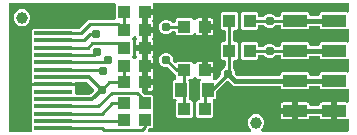
<source format=gtl>
G04 EAGLE Gerber X2 export*
%TF.Part,Single*%
%TF.FileFunction,Copper,L1,Top,Mixed*%
%TF.FilePolarity,Positive*%
%TF.GenerationSoftware,Autodesk,EAGLE,9.4.0*%
%TF.CreationDate,2019-05-09T18:23:13Z*%
G75*
%MOMM*%
%FSLAX34Y34*%
%LPD*%
%INTop Copper*%
%AMOC8*
5,1,8,0,0,1.08239X$1,22.5*%
G01*
%ADD10R,1.100000X1.000000*%
%ADD11R,1.000000X1.200000*%
%ADD12C,0.406400*%
%ADD13R,2.000000X1.000000*%
%ADD14R,3.200000X0.350000*%
%ADD15R,1.000000X1.100000*%
%ADD16C,1.000000*%
%ADD17C,0.254000*%
%ADD18C,0.787400*%
%ADD19C,0.355600*%

G36*
X209377Y5098D02*
X209377Y5098D01*
X209516Y5111D01*
X209535Y5118D01*
X209555Y5121D01*
X209684Y5172D01*
X209815Y5219D01*
X209832Y5230D01*
X209850Y5238D01*
X209963Y5319D01*
X210078Y5397D01*
X210091Y5413D01*
X210108Y5424D01*
X210197Y5532D01*
X210289Y5636D01*
X210298Y5654D01*
X210311Y5669D01*
X210370Y5795D01*
X210433Y5919D01*
X210438Y5939D01*
X210446Y5957D01*
X210472Y6094D01*
X210503Y6229D01*
X210502Y6250D01*
X210506Y6269D01*
X210497Y6408D01*
X210493Y6547D01*
X210487Y6567D01*
X210486Y6587D01*
X210443Y6719D01*
X210405Y6853D01*
X210394Y6870D01*
X210388Y6889D01*
X210314Y7007D01*
X210243Y7127D01*
X210225Y7148D01*
X210218Y7158D01*
X210203Y7172D01*
X210137Y7247D01*
X208668Y8716D01*
X207597Y11301D01*
X207597Y14099D01*
X208668Y16684D01*
X210646Y18662D01*
X213231Y19733D01*
X216029Y19733D01*
X218614Y18662D01*
X220592Y16684D01*
X221663Y14099D01*
X221663Y11301D01*
X220592Y8716D01*
X219123Y7247D01*
X219038Y7138D01*
X218949Y7031D01*
X218941Y7012D01*
X218928Y6996D01*
X218873Y6868D01*
X218814Y6743D01*
X218810Y6723D01*
X218802Y6704D01*
X218780Y6566D01*
X218754Y6430D01*
X218755Y6410D01*
X218752Y6390D01*
X218765Y6251D01*
X218774Y6113D01*
X218780Y6094D01*
X218782Y6074D01*
X218829Y5942D01*
X218872Y5811D01*
X218883Y5793D01*
X218890Y5774D01*
X218968Y5659D01*
X219042Y5542D01*
X219057Y5528D01*
X219068Y5511D01*
X219172Y5419D01*
X219274Y5324D01*
X219291Y5314D01*
X219307Y5301D01*
X219431Y5237D01*
X219552Y5170D01*
X219572Y5165D01*
X219590Y5156D01*
X219726Y5126D01*
X219860Y5091D01*
X219888Y5089D01*
X219900Y5086D01*
X219921Y5087D01*
X220021Y5081D01*
X292100Y5081D01*
X292218Y5096D01*
X292337Y5103D01*
X292375Y5116D01*
X292416Y5121D01*
X292526Y5164D01*
X292639Y5201D01*
X292674Y5223D01*
X292711Y5238D01*
X292807Y5307D01*
X292908Y5371D01*
X292936Y5401D01*
X292969Y5424D01*
X293045Y5516D01*
X293126Y5603D01*
X293146Y5638D01*
X293171Y5669D01*
X293222Y5777D01*
X293280Y5881D01*
X293290Y5921D01*
X293307Y5957D01*
X293329Y6074D01*
X293359Y6189D01*
X293363Y6249D01*
X293367Y6269D01*
X293365Y6290D01*
X293369Y6350D01*
X293369Y14879D01*
X293353Y15010D01*
X293342Y15142D01*
X293333Y15167D01*
X293329Y15194D01*
X293281Y15317D01*
X293237Y15442D01*
X293222Y15465D01*
X293212Y15490D01*
X293135Y15597D01*
X293061Y15707D01*
X293041Y15725D01*
X293026Y15747D01*
X292923Y15832D01*
X292825Y15920D01*
X292801Y15933D01*
X292781Y15950D01*
X292661Y16006D01*
X292544Y16068D01*
X292517Y16074D01*
X292493Y16086D01*
X292363Y16110D01*
X292234Y16141D01*
X292207Y16140D01*
X292181Y16145D01*
X292049Y16137D01*
X291916Y16134D01*
X291890Y16127D01*
X291863Y16126D01*
X291738Y16085D01*
X291610Y16049D01*
X291575Y16032D01*
X291561Y16028D01*
X291542Y16016D01*
X291465Y15978D01*
X291445Y15966D01*
X290928Y15827D01*
X283159Y15827D01*
X283159Y20347D01*
X283142Y20484D01*
X283139Y20514D01*
X283137Y20549D01*
X283135Y20554D01*
X283129Y20623D01*
X283122Y20642D01*
X283119Y20662D01*
X283068Y20791D01*
X283021Y20922D01*
X283010Y20939D01*
X283002Y20958D01*
X282921Y21070D01*
X282843Y21185D01*
X282827Y21199D01*
X282816Y21215D01*
X282708Y21304D01*
X282604Y21396D01*
X282586Y21405D01*
X282571Y21418D01*
X282445Y21477D01*
X282321Y21540D01*
X282301Y21545D01*
X282283Y21554D01*
X282147Y21580D01*
X282011Y21610D01*
X281990Y21610D01*
X281971Y21613D01*
X281832Y21605D01*
X281693Y21600D01*
X281673Y21595D01*
X281653Y21594D01*
X281521Y21551D01*
X281387Y21512D01*
X281370Y21502D01*
X281351Y21496D01*
X281233Y21421D01*
X281113Y21351D01*
X281092Y21332D01*
X281082Y21325D01*
X281068Y21310D01*
X280993Y21244D01*
X278532Y18784D01*
X278472Y18706D01*
X278404Y18634D01*
X278375Y18581D01*
X278338Y18533D01*
X278298Y18442D01*
X278250Y18355D01*
X278235Y18297D01*
X278211Y18241D01*
X278196Y18143D01*
X278171Y18047D01*
X278165Y17947D01*
X278161Y17927D01*
X278162Y17915D01*
X278161Y17887D01*
X278161Y15827D01*
X270392Y15827D01*
X269875Y15966D01*
X269412Y16233D01*
X269033Y16612D01*
X268766Y17075D01*
X268612Y17649D01*
X268605Y17763D01*
X268592Y17801D01*
X268587Y17842D01*
X268544Y17952D01*
X268507Y18065D01*
X268485Y18100D01*
X268470Y18137D01*
X268401Y18233D01*
X268337Y18334D01*
X268307Y18362D01*
X268284Y18395D01*
X268192Y18471D01*
X268105Y18552D01*
X268070Y18572D01*
X268039Y18597D01*
X267931Y18648D01*
X267827Y18706D01*
X267787Y18716D01*
X267751Y18733D01*
X267634Y18755D01*
X267519Y18785D01*
X267459Y18789D01*
X267439Y18793D01*
X267418Y18791D01*
X267358Y18795D01*
X260962Y18795D01*
X260844Y18780D01*
X260725Y18773D01*
X260687Y18760D01*
X260646Y18755D01*
X260536Y18712D01*
X260423Y18675D01*
X260388Y18653D01*
X260351Y18638D01*
X260255Y18569D01*
X260154Y18505D01*
X260126Y18475D01*
X260093Y18452D01*
X260017Y18360D01*
X259936Y18273D01*
X259916Y18238D01*
X259891Y18207D01*
X259840Y18099D01*
X259782Y17995D01*
X259772Y17955D01*
X259755Y17919D01*
X259733Y17802D01*
X259703Y17687D01*
X259699Y17627D01*
X259695Y17607D01*
X259696Y17603D01*
X259554Y17075D01*
X259287Y16612D01*
X258908Y16233D01*
X258445Y15966D01*
X257928Y15827D01*
X250159Y15827D01*
X250159Y17887D01*
X250147Y17985D01*
X250144Y18084D01*
X250127Y18142D01*
X250119Y18202D01*
X250083Y18294D01*
X250055Y18389D01*
X250025Y18441D01*
X250002Y18498D01*
X249944Y18578D01*
X249894Y18663D01*
X249828Y18739D01*
X249816Y18755D01*
X249806Y18763D01*
X249788Y18784D01*
X247333Y21238D01*
X247355Y21354D01*
X247385Y21469D01*
X247389Y21529D01*
X247393Y21549D01*
X247391Y21570D01*
X247395Y21630D01*
X247395Y24090D01*
X247380Y24208D01*
X247373Y24327D01*
X247360Y24365D01*
X247355Y24406D01*
X247328Y24476D01*
X249788Y26936D01*
X249848Y27014D01*
X249916Y27086D01*
X249945Y27139D01*
X249982Y27187D01*
X250022Y27278D01*
X250070Y27365D01*
X250085Y27423D01*
X250109Y27479D01*
X250124Y27577D01*
X250149Y27673D01*
X250155Y27773D01*
X250159Y27793D01*
X250157Y27805D01*
X250159Y27833D01*
X250159Y29893D01*
X257928Y29893D01*
X258445Y29754D01*
X258908Y29487D01*
X259287Y29108D01*
X259554Y28645D01*
X259708Y28071D01*
X259715Y27957D01*
X259728Y27919D01*
X259733Y27878D01*
X259776Y27768D01*
X259813Y27655D01*
X259835Y27620D01*
X259850Y27583D01*
X259919Y27487D01*
X259983Y27386D01*
X260013Y27358D01*
X260036Y27325D01*
X260128Y27249D01*
X260215Y27168D01*
X260250Y27148D01*
X260281Y27123D01*
X260389Y27072D01*
X260493Y27014D01*
X260533Y27004D01*
X260569Y26987D01*
X260686Y26965D01*
X260801Y26935D01*
X260861Y26931D01*
X260881Y26927D01*
X260902Y26929D01*
X260962Y26925D01*
X267358Y26925D01*
X267476Y26940D01*
X267595Y26947D01*
X267633Y26960D01*
X267674Y26965D01*
X267784Y27008D01*
X267897Y27045D01*
X267932Y27067D01*
X267969Y27082D01*
X268065Y27151D01*
X268166Y27215D01*
X268194Y27245D01*
X268227Y27268D01*
X268303Y27360D01*
X268384Y27447D01*
X268404Y27482D01*
X268429Y27513D01*
X268480Y27621D01*
X268538Y27725D01*
X268548Y27765D01*
X268565Y27801D01*
X268587Y27918D01*
X268617Y28033D01*
X268621Y28093D01*
X268625Y28113D01*
X268624Y28117D01*
X268766Y28645D01*
X269033Y29108D01*
X269412Y29487D01*
X269875Y29754D01*
X270392Y29893D01*
X278161Y29893D01*
X278161Y27833D01*
X278173Y27735D01*
X278176Y27636D01*
X278193Y27578D01*
X278201Y27518D01*
X278237Y27426D01*
X278265Y27331D01*
X278295Y27279D01*
X278318Y27222D01*
X278376Y27142D01*
X278426Y27057D01*
X278492Y26981D01*
X278504Y26965D01*
X278514Y26957D01*
X278532Y26936D01*
X280993Y24476D01*
X281076Y24411D01*
X281128Y24363D01*
X281153Y24348D01*
X281209Y24302D01*
X281228Y24293D01*
X281244Y24281D01*
X281372Y24225D01*
X281403Y24211D01*
X281406Y24209D01*
X281407Y24209D01*
X281497Y24166D01*
X281517Y24163D01*
X281536Y24155D01*
X281674Y24133D01*
X281810Y24107D01*
X281830Y24108D01*
X281850Y24105D01*
X281989Y24118D01*
X282127Y24126D01*
X282146Y24133D01*
X282166Y24135D01*
X282298Y24182D01*
X282429Y24224D01*
X282447Y24235D01*
X282466Y24242D01*
X282581Y24320D01*
X282698Y24395D01*
X282712Y24409D01*
X282729Y24421D01*
X282821Y24525D01*
X282916Y24626D01*
X282926Y24644D01*
X282939Y24659D01*
X283003Y24783D01*
X283070Y24905D01*
X283075Y24924D01*
X283084Y24942D01*
X283095Y24992D01*
X283097Y24996D01*
X283103Y25028D01*
X283114Y25078D01*
X283149Y25213D01*
X283151Y25241D01*
X283154Y25253D01*
X283153Y25273D01*
X283154Y25296D01*
X283157Y25308D01*
X283156Y25321D01*
X283159Y25373D01*
X283159Y29893D01*
X290928Y29893D01*
X291445Y29754D01*
X291465Y29742D01*
X291587Y29691D01*
X291707Y29634D01*
X291734Y29629D01*
X291758Y29619D01*
X291890Y29600D01*
X292020Y29575D01*
X292046Y29576D01*
X292073Y29572D01*
X292205Y29586D01*
X292337Y29594D01*
X292363Y29603D01*
X292389Y29606D01*
X292514Y29652D01*
X292639Y29692D01*
X292662Y29707D01*
X292688Y29716D01*
X292796Y29792D01*
X292908Y29863D01*
X292927Y29882D01*
X292949Y29898D01*
X293035Y29998D01*
X293126Y30094D01*
X293139Y30118D01*
X293157Y30138D01*
X293216Y30257D01*
X293280Y30373D01*
X293286Y30399D01*
X293298Y30423D01*
X293326Y30552D01*
X293359Y30681D01*
X293361Y30719D01*
X293365Y30734D01*
X293364Y30756D01*
X293369Y30841D01*
X293369Y40030D01*
X293352Y40168D01*
X293339Y40307D01*
X293332Y40326D01*
X293329Y40346D01*
X293278Y40475D01*
X293231Y40606D01*
X293220Y40623D01*
X293212Y40642D01*
X293131Y40754D01*
X293052Y40869D01*
X293037Y40883D01*
X293026Y40899D01*
X292918Y40988D01*
X292814Y41080D01*
X292796Y41089D01*
X292781Y41102D01*
X292655Y41161D01*
X292531Y41224D01*
X292511Y41229D01*
X292493Y41237D01*
X292357Y41263D01*
X292220Y41294D01*
X292200Y41293D01*
X292181Y41297D01*
X292042Y41288D01*
X291903Y41284D01*
X291883Y41279D01*
X291863Y41277D01*
X291731Y41234D01*
X291706Y41227D01*
X269818Y41227D01*
X268627Y42418D01*
X268627Y42926D01*
X268612Y43044D01*
X268605Y43163D01*
X268592Y43201D01*
X268587Y43242D01*
X268544Y43352D01*
X268507Y43465D01*
X268485Y43500D01*
X268470Y43537D01*
X268401Y43633D01*
X268337Y43734D01*
X268307Y43762D01*
X268284Y43795D01*
X268192Y43871D01*
X268105Y43952D01*
X268070Y43972D01*
X268039Y43997D01*
X267931Y44048D01*
X267827Y44106D01*
X267787Y44116D01*
X267751Y44133D01*
X267634Y44155D01*
X267519Y44185D01*
X267459Y44189D01*
X267439Y44193D01*
X267418Y44191D01*
X267358Y44195D01*
X260962Y44195D01*
X260844Y44180D01*
X260725Y44173D01*
X260687Y44160D01*
X260646Y44155D01*
X260536Y44112D01*
X260423Y44075D01*
X260388Y44053D01*
X260351Y44038D01*
X260255Y43969D01*
X260154Y43905D01*
X260126Y43875D01*
X260093Y43852D01*
X260017Y43760D01*
X259936Y43673D01*
X259916Y43638D01*
X259891Y43607D01*
X259840Y43499D01*
X259782Y43395D01*
X259772Y43355D01*
X259755Y43319D01*
X259733Y43202D01*
X259703Y43087D01*
X259699Y43027D01*
X259695Y43007D01*
X259697Y42986D01*
X259693Y42926D01*
X259693Y42418D01*
X258502Y41227D01*
X236818Y41227D01*
X235627Y42418D01*
X235627Y42926D01*
X235612Y43044D01*
X235605Y43163D01*
X235592Y43201D01*
X235587Y43242D01*
X235544Y43352D01*
X235507Y43465D01*
X235485Y43500D01*
X235470Y43537D01*
X235401Y43633D01*
X235337Y43734D01*
X235307Y43762D01*
X235284Y43795D01*
X235192Y43871D01*
X235105Y43952D01*
X235070Y43972D01*
X235039Y43997D01*
X234931Y44048D01*
X234827Y44106D01*
X234787Y44116D01*
X234751Y44133D01*
X234634Y44155D01*
X234519Y44185D01*
X234459Y44189D01*
X234439Y44193D01*
X234418Y44191D01*
X234358Y44195D01*
X195166Y44195D01*
X191358Y48004D01*
X191280Y48064D01*
X191208Y48132D01*
X191155Y48161D01*
X191107Y48198D01*
X191016Y48238D01*
X190929Y48286D01*
X190871Y48301D01*
X190815Y48325D01*
X190717Y48340D01*
X190621Y48365D01*
X190521Y48371D01*
X190501Y48375D01*
X190489Y48373D01*
X190461Y48375D01*
X189992Y48375D01*
X189894Y48363D01*
X189795Y48360D01*
X189736Y48343D01*
X189676Y48335D01*
X189584Y48299D01*
X189489Y48271D01*
X189437Y48241D01*
X189381Y48218D01*
X189301Y48160D01*
X189215Y48110D01*
X189140Y48044D01*
X189123Y48032D01*
X189115Y48022D01*
X189094Y48004D01*
X181464Y40374D01*
X181404Y40295D01*
X181336Y40223D01*
X181307Y40170D01*
X181270Y40122D01*
X181230Y40031D01*
X181182Y39945D01*
X181167Y39886D01*
X181143Y39831D01*
X181128Y39733D01*
X181103Y39637D01*
X181097Y39537D01*
X181093Y39517D01*
X181095Y39504D01*
X181093Y39476D01*
X181093Y33798D01*
X179902Y32607D01*
X179022Y32607D01*
X178884Y32590D01*
X178745Y32577D01*
X178726Y32570D01*
X178706Y32567D01*
X178577Y32516D01*
X178446Y32469D01*
X178429Y32458D01*
X178410Y32450D01*
X178298Y32369D01*
X178183Y32291D01*
X178170Y32275D01*
X178153Y32264D01*
X178064Y32156D01*
X177972Y32052D01*
X177963Y32034D01*
X177950Y32019D01*
X177891Y31893D01*
X177828Y31769D01*
X177823Y31749D01*
X177815Y31731D01*
X177789Y31595D01*
X177758Y31459D01*
X177759Y31438D01*
X177755Y31419D01*
X177764Y31280D01*
X177768Y31141D01*
X177773Y31121D01*
X177775Y31101D01*
X177818Y30969D01*
X177856Y30835D01*
X177867Y30818D01*
X177873Y30799D01*
X177947Y30681D01*
X178018Y30561D01*
X178036Y30540D01*
X178043Y30530D01*
X178058Y30516D01*
X178093Y30476D01*
X178093Y17788D01*
X176902Y16597D01*
X165218Y16597D01*
X164027Y17788D01*
X164027Y30472D01*
X165218Y31663D01*
X166098Y31663D01*
X166236Y31680D01*
X166375Y31693D01*
X166394Y31700D01*
X166414Y31703D01*
X166543Y31754D01*
X166674Y31801D01*
X166691Y31812D01*
X166710Y31820D01*
X166822Y31901D01*
X166937Y31979D01*
X166950Y31995D01*
X166967Y32006D01*
X167056Y32114D01*
X167148Y32218D01*
X167157Y32236D01*
X167170Y32251D01*
X167229Y32377D01*
X167292Y32501D01*
X167297Y32521D01*
X167305Y32539D01*
X167331Y32675D01*
X167362Y32811D01*
X167361Y32832D01*
X167365Y32851D01*
X167356Y32990D01*
X167352Y33129D01*
X167347Y33149D01*
X167345Y33169D01*
X167302Y33301D01*
X167264Y33435D01*
X167253Y33452D01*
X167247Y33471D01*
X167173Y33589D01*
X167102Y33709D01*
X167084Y33730D01*
X167077Y33740D01*
X167062Y33754D01*
X167027Y33794D01*
X167027Y47482D01*
X167496Y47951D01*
X167581Y48060D01*
X167670Y48167D01*
X167678Y48186D01*
X167691Y48202D01*
X167746Y48330D01*
X167805Y48455D01*
X167809Y48475D01*
X167817Y48494D01*
X167839Y48632D01*
X167865Y48768D01*
X167864Y48788D01*
X167867Y48808D01*
X167854Y48947D01*
X167845Y49085D01*
X167839Y49104D01*
X167837Y49124D01*
X167790Y49255D01*
X167747Y49387D01*
X167736Y49405D01*
X167730Y49424D01*
X167652Y49538D01*
X167577Y49656D01*
X167562Y49670D01*
X167551Y49687D01*
X167447Y49779D01*
X167345Y49874D01*
X167328Y49884D01*
X167313Y49897D01*
X167189Y49960D01*
X167067Y50028D01*
X167047Y50033D01*
X167029Y50042D01*
X166893Y50072D01*
X166759Y50107D01*
X166731Y50109D01*
X166719Y50112D01*
X166699Y50111D01*
X166598Y50117D01*
X165292Y50117D01*
X164775Y50256D01*
X164312Y50523D01*
X163933Y50902D01*
X163755Y51211D01*
X163679Y51311D01*
X163608Y51415D01*
X163583Y51437D01*
X163563Y51464D01*
X163464Y51542D01*
X163370Y51625D01*
X163340Y51641D01*
X163314Y51662D01*
X163199Y51713D01*
X163087Y51770D01*
X163054Y51777D01*
X163023Y51791D01*
X162899Y51812D01*
X162776Y51840D01*
X162743Y51839D01*
X162710Y51844D01*
X162584Y51834D01*
X162459Y51830D01*
X162426Y51821D01*
X162393Y51818D01*
X162274Y51777D01*
X162153Y51742D01*
X162124Y51724D01*
X162092Y51713D01*
X161987Y51644D01*
X161879Y51580D01*
X161842Y51548D01*
X161827Y51538D01*
X161813Y51522D01*
X161758Y51474D01*
X160402Y50117D01*
X158632Y50117D01*
X158514Y50102D01*
X158395Y50095D01*
X158357Y50082D01*
X158316Y50077D01*
X158206Y50034D01*
X158093Y49997D01*
X158058Y49975D01*
X158021Y49960D01*
X157925Y49891D01*
X157824Y49827D01*
X157796Y49797D01*
X157763Y49774D01*
X157687Y49682D01*
X157606Y49595D01*
X157586Y49560D01*
X157561Y49529D01*
X157510Y49421D01*
X157452Y49317D01*
X157442Y49277D01*
X157425Y49241D01*
X157403Y49124D01*
X157373Y49009D01*
X157369Y48949D01*
X157365Y48929D01*
X157367Y48908D01*
X157363Y48848D01*
X157363Y48738D01*
X157375Y48640D01*
X157378Y48540D01*
X157395Y48482D01*
X157403Y48422D01*
X157439Y48330D01*
X157467Y48235D01*
X157497Y48183D01*
X157520Y48126D01*
X157578Y48046D01*
X157628Y47961D01*
X157694Y47886D01*
X157706Y47869D01*
X157716Y47861D01*
X157735Y47840D01*
X158093Y47482D01*
X158093Y33789D01*
X158039Y33720D01*
X157950Y33613D01*
X157942Y33594D01*
X157929Y33578D01*
X157874Y33450D01*
X157815Y33325D01*
X157811Y33305D01*
X157803Y33286D01*
X157781Y33149D01*
X157755Y33012D01*
X157756Y32992D01*
X157753Y32972D01*
X157766Y32834D01*
X157775Y32695D01*
X157781Y32676D01*
X157783Y32656D01*
X157830Y32524D01*
X157873Y32393D01*
X157884Y32375D01*
X157890Y32356D01*
X157969Y32241D01*
X158043Y32124D01*
X158058Y32110D01*
X158069Y32093D01*
X158173Y32001D01*
X158275Y31906D01*
X158292Y31896D01*
X158307Y31883D01*
X158432Y31819D01*
X158553Y31752D01*
X158573Y31747D01*
X158591Y31738D01*
X158727Y31708D01*
X158861Y31673D01*
X158889Y31671D01*
X158901Y31668D01*
X158921Y31669D01*
X159022Y31663D01*
X159902Y31663D01*
X161093Y30472D01*
X161093Y17788D01*
X159902Y16597D01*
X148218Y16597D01*
X147027Y17788D01*
X147027Y30481D01*
X147081Y30550D01*
X147170Y30657D01*
X147178Y30676D01*
X147191Y30692D01*
X147246Y30820D01*
X147305Y30945D01*
X147309Y30965D01*
X147317Y30984D01*
X147339Y31121D01*
X147365Y31258D01*
X147364Y31278D01*
X147367Y31298D01*
X147354Y31436D01*
X147345Y31575D01*
X147339Y31594D01*
X147337Y31614D01*
X147290Y31746D01*
X147247Y31877D01*
X147236Y31895D01*
X147230Y31914D01*
X147151Y32029D01*
X147077Y32146D01*
X147062Y32160D01*
X147051Y32177D01*
X146947Y32269D01*
X146845Y32364D01*
X146828Y32374D01*
X146813Y32387D01*
X146688Y32451D01*
X146567Y32518D01*
X146547Y32523D01*
X146529Y32532D01*
X146393Y32562D01*
X146259Y32597D01*
X146231Y32599D01*
X146219Y32602D01*
X146199Y32601D01*
X146098Y32607D01*
X145218Y32607D01*
X144027Y33798D01*
X144027Y47482D01*
X145218Y48673D01*
X146098Y48673D01*
X146236Y48690D01*
X146375Y48703D01*
X146394Y48710D01*
X146414Y48713D01*
X146543Y48764D01*
X146674Y48811D01*
X146691Y48822D01*
X146710Y48830D01*
X146822Y48911D01*
X146937Y48989D01*
X146950Y49005D01*
X146967Y49016D01*
X147056Y49124D01*
X147148Y49228D01*
X147157Y49246D01*
X147170Y49261D01*
X147229Y49387D01*
X147292Y49511D01*
X147297Y49531D01*
X147305Y49549D01*
X147331Y49686D01*
X147362Y49821D01*
X147361Y49842D01*
X147365Y49861D01*
X147356Y50000D01*
X147352Y50139D01*
X147347Y50159D01*
X147345Y50179D01*
X147303Y50311D01*
X147264Y50445D01*
X147253Y50462D01*
X147247Y50481D01*
X147173Y50599D01*
X147102Y50719D01*
X147084Y50740D01*
X147077Y50750D01*
X147062Y50764D01*
X146996Y50839D01*
X146527Y51308D01*
X146527Y52746D01*
X146515Y52844D01*
X146512Y52943D01*
X146495Y53002D01*
X146487Y53062D01*
X146451Y53154D01*
X146423Y53249D01*
X146393Y53301D01*
X146370Y53357D01*
X146312Y53437D01*
X146262Y53523D01*
X146196Y53598D01*
X146184Y53615D01*
X146174Y53623D01*
X146156Y53644D01*
X140101Y59699D01*
X140022Y59759D01*
X139950Y59827D01*
X139897Y59856D01*
X139849Y59893D01*
X139758Y59933D01*
X139672Y59981D01*
X139613Y59996D01*
X139558Y60020D01*
X139460Y60035D01*
X139364Y60060D01*
X139264Y60066D01*
X139243Y60070D01*
X139231Y60068D01*
X139203Y60070D01*
X137243Y60070D01*
X135048Y60979D01*
X133369Y62658D01*
X132460Y64853D01*
X132460Y67227D01*
X133369Y69422D01*
X135048Y71101D01*
X137243Y72010D01*
X139617Y72010D01*
X141812Y71101D01*
X143491Y69422D01*
X144400Y67227D01*
X144400Y65267D01*
X144412Y65169D01*
X144415Y65070D01*
X144432Y65011D01*
X144440Y64951D01*
X144476Y64859D01*
X144504Y64764D01*
X144534Y64712D01*
X144557Y64656D01*
X144615Y64575D01*
X144665Y64490D01*
X144731Y64415D01*
X144743Y64398D01*
X144753Y64390D01*
X144771Y64369D01*
X145440Y63700D01*
X145535Y63627D01*
X145624Y63548D01*
X145660Y63530D01*
X145692Y63505D01*
X145801Y63458D01*
X145907Y63404D01*
X145946Y63395D01*
X145984Y63379D01*
X146101Y63360D01*
X146217Y63334D01*
X146258Y63335D01*
X146298Y63329D01*
X146416Y63340D01*
X146535Y63344D01*
X146574Y63355D01*
X146614Y63359D01*
X146726Y63399D01*
X146841Y63432D01*
X146876Y63453D01*
X146914Y63467D01*
X147012Y63533D01*
X147115Y63594D01*
X147160Y63634D01*
X147177Y63645D01*
X147190Y63660D01*
X147236Y63700D01*
X147718Y64183D01*
X160402Y64183D01*
X161758Y62826D01*
X161858Y62749D01*
X161953Y62667D01*
X161983Y62652D01*
X162010Y62631D01*
X162125Y62581D01*
X162238Y62525D01*
X162271Y62518D01*
X162301Y62505D01*
X162426Y62485D01*
X162549Y62459D01*
X162582Y62460D01*
X162616Y62455D01*
X162741Y62467D01*
X162866Y62472D01*
X162899Y62482D01*
X162932Y62485D01*
X163050Y62528D01*
X163171Y62564D01*
X163200Y62581D01*
X163231Y62593D01*
X163336Y62663D01*
X163443Y62728D01*
X163467Y62752D01*
X163495Y62771D01*
X163578Y62866D01*
X163666Y62955D01*
X163693Y62996D01*
X163705Y63010D01*
X163715Y63029D01*
X163755Y63089D01*
X163933Y63398D01*
X164312Y63777D01*
X164775Y64044D01*
X165292Y64183D01*
X168561Y64183D01*
X168561Y58380D01*
X168576Y58262D01*
X168583Y58143D01*
X168595Y58105D01*
X168601Y58065D01*
X168644Y57954D01*
X168681Y57841D01*
X168703Y57807D01*
X168718Y57769D01*
X168787Y57673D01*
X168851Y57572D01*
X168881Y57544D01*
X168904Y57512D01*
X168996Y57436D01*
X169083Y57354D01*
X169118Y57335D01*
X169149Y57309D01*
X169257Y57258D01*
X169361Y57201D01*
X169401Y57191D01*
X169437Y57173D01*
X169554Y57151D01*
X169669Y57121D01*
X169729Y57117D01*
X169749Y57114D01*
X169770Y57115D01*
X169830Y57111D01*
X171021Y57111D01*
X171021Y55920D01*
X171036Y55802D01*
X171043Y55683D01*
X171056Y55645D01*
X171061Y55604D01*
X171105Y55494D01*
X171141Y55381D01*
X171163Y55346D01*
X171178Y55309D01*
X171248Y55212D01*
X171311Y55112D01*
X171341Y55084D01*
X171365Y55051D01*
X171456Y54975D01*
X171543Y54894D01*
X171578Y54874D01*
X171610Y54849D01*
X171717Y54798D01*
X171822Y54740D01*
X171861Y54730D01*
X171897Y54713D01*
X172014Y54691D01*
X172130Y54661D01*
X172190Y54657D01*
X172210Y54653D01*
X172230Y54655D01*
X172290Y54651D01*
X178593Y54651D01*
X178593Y51882D01*
X178454Y51365D01*
X178187Y50902D01*
X178124Y50840D01*
X178039Y50730D01*
X177950Y50623D01*
X177942Y50604D01*
X177929Y50588D01*
X177874Y50460D01*
X177815Y50335D01*
X177811Y50315D01*
X177803Y50296D01*
X177781Y50159D01*
X177755Y50022D01*
X177756Y50002D01*
X177753Y49982D01*
X177766Y49844D01*
X177775Y49705D01*
X177781Y49686D01*
X177783Y49666D01*
X177830Y49535D01*
X177873Y49403D01*
X177884Y49385D01*
X177890Y49366D01*
X177968Y49252D01*
X178043Y49134D01*
X178058Y49120D01*
X178069Y49103D01*
X178173Y49011D01*
X178275Y48916D01*
X178292Y48906D01*
X178307Y48893D01*
X178432Y48829D01*
X178553Y48762D01*
X178573Y48757D01*
X178591Y48748D01*
X178727Y48718D01*
X178861Y48683D01*
X178889Y48681D01*
X178901Y48678D01*
X178921Y48679D01*
X179022Y48673D01*
X179896Y48673D01*
X179994Y48685D01*
X180093Y48688D01*
X180152Y48705D01*
X180212Y48713D01*
X180304Y48749D01*
X180399Y48777D01*
X180451Y48807D01*
X180507Y48830D01*
X180587Y48888D01*
X180673Y48938D01*
X180748Y49004D01*
X180765Y49016D01*
X180773Y49026D01*
X180794Y49044D01*
X184424Y52674D01*
X184484Y52753D01*
X184552Y52825D01*
X184581Y52878D01*
X184618Y52926D01*
X184658Y53017D01*
X184706Y53103D01*
X184721Y53162D01*
X184745Y53217D01*
X184760Y53315D01*
X184785Y53411D01*
X184791Y53511D01*
X184795Y53531D01*
X184793Y53544D01*
X184795Y53572D01*
X184795Y55532D01*
X185704Y57727D01*
X187383Y59406D01*
X188074Y59692D01*
X188099Y59706D01*
X188127Y59716D01*
X188237Y59785D01*
X188350Y59849D01*
X188371Y59870D01*
X188396Y59886D01*
X188485Y59980D01*
X188578Y60071D01*
X188594Y60096D01*
X188614Y60117D01*
X188677Y60231D01*
X188745Y60342D01*
X188753Y60370D01*
X188768Y60396D01*
X188800Y60521D01*
X188838Y60646D01*
X188840Y60675D01*
X188847Y60704D01*
X188857Y60864D01*
X188857Y64858D01*
X188842Y64976D01*
X188835Y65095D01*
X188822Y65133D01*
X188817Y65174D01*
X188774Y65284D01*
X188737Y65397D01*
X188715Y65432D01*
X188700Y65469D01*
X188631Y65565D01*
X188567Y65666D01*
X188537Y65694D01*
X188514Y65727D01*
X188422Y65803D01*
X188335Y65884D01*
X188300Y65904D01*
X188269Y65929D01*
X188161Y65980D01*
X188057Y66038D01*
X188017Y66048D01*
X187981Y66065D01*
X187864Y66087D01*
X187749Y66117D01*
X187689Y66121D01*
X187669Y66125D01*
X187648Y66123D01*
X187588Y66127D01*
X186318Y66127D01*
X185127Y67318D01*
X185127Y80002D01*
X186318Y81193D01*
X187588Y81193D01*
X187706Y81208D01*
X187825Y81215D01*
X187863Y81228D01*
X187904Y81233D01*
X188014Y81276D01*
X188127Y81313D01*
X188162Y81335D01*
X188199Y81350D01*
X188295Y81419D01*
X188396Y81483D01*
X188424Y81513D01*
X188457Y81536D01*
X188533Y81628D01*
X188614Y81715D01*
X188634Y81750D01*
X188659Y81781D01*
X188710Y81889D01*
X188768Y81993D01*
X188778Y82033D01*
X188795Y82069D01*
X188817Y82186D01*
X188847Y82301D01*
X188851Y82361D01*
X188855Y82381D01*
X188853Y82402D01*
X188857Y82462D01*
X188857Y90258D01*
X188842Y90376D01*
X188835Y90495D01*
X188822Y90533D01*
X188817Y90574D01*
X188774Y90684D01*
X188737Y90797D01*
X188715Y90832D01*
X188700Y90869D01*
X188631Y90965D01*
X188567Y91066D01*
X188537Y91094D01*
X188514Y91127D01*
X188422Y91203D01*
X188335Y91284D01*
X188300Y91304D01*
X188269Y91329D01*
X188161Y91380D01*
X188057Y91438D01*
X188017Y91448D01*
X187981Y91465D01*
X187864Y91487D01*
X187749Y91517D01*
X187689Y91521D01*
X187669Y91525D01*
X187648Y91523D01*
X187588Y91527D01*
X186318Y91527D01*
X185127Y92718D01*
X185127Y105402D01*
X186318Y106593D01*
X198002Y106593D01*
X199193Y105402D01*
X199193Y92718D01*
X198002Y91527D01*
X196732Y91527D01*
X196614Y91512D01*
X196495Y91505D01*
X196457Y91492D01*
X196416Y91487D01*
X196306Y91444D01*
X196193Y91407D01*
X196158Y91385D01*
X196121Y91370D01*
X196025Y91301D01*
X195924Y91237D01*
X195896Y91207D01*
X195863Y91184D01*
X195787Y91092D01*
X195706Y91005D01*
X195686Y90970D01*
X195661Y90939D01*
X195610Y90831D01*
X195552Y90727D01*
X195542Y90687D01*
X195525Y90651D01*
X195503Y90534D01*
X195473Y90419D01*
X195469Y90359D01*
X195465Y90339D01*
X195467Y90318D01*
X195463Y90258D01*
X195463Y82462D01*
X195478Y82344D01*
X195485Y82225D01*
X195498Y82187D01*
X195503Y82146D01*
X195546Y82036D01*
X195583Y81923D01*
X195605Y81888D01*
X195620Y81851D01*
X195689Y81755D01*
X195753Y81654D01*
X195783Y81626D01*
X195806Y81593D01*
X195898Y81517D01*
X195985Y81436D01*
X196020Y81416D01*
X196051Y81391D01*
X196159Y81340D01*
X196263Y81282D01*
X196303Y81272D01*
X196339Y81255D01*
X196456Y81233D01*
X196571Y81203D01*
X196631Y81199D01*
X196651Y81195D01*
X196672Y81197D01*
X196732Y81193D01*
X198002Y81193D01*
X199193Y80002D01*
X199193Y67318D01*
X198002Y66127D01*
X196732Y66127D01*
X196614Y66112D01*
X196495Y66105D01*
X196457Y66092D01*
X196416Y66087D01*
X196306Y66044D01*
X196193Y66007D01*
X196158Y65985D01*
X196121Y65970D01*
X196025Y65901D01*
X195924Y65837D01*
X195896Y65807D01*
X195863Y65784D01*
X195787Y65692D01*
X195706Y65605D01*
X195686Y65570D01*
X195661Y65539D01*
X195610Y65431D01*
X195552Y65327D01*
X195542Y65287D01*
X195525Y65251D01*
X195503Y65134D01*
X195473Y65019D01*
X195469Y64959D01*
X195465Y64939D01*
X195467Y64918D01*
X195463Y64858D01*
X195463Y58615D01*
X195475Y58517D01*
X195478Y58418D01*
X195495Y58360D01*
X195503Y58300D01*
X195539Y58208D01*
X195567Y58113D01*
X195597Y58061D01*
X195620Y58004D01*
X195678Y57924D01*
X195728Y57839D01*
X195794Y57763D01*
X195806Y57747D01*
X195816Y57739D01*
X195825Y57729D01*
X196735Y55532D01*
X196735Y54649D01*
X196747Y54551D01*
X196750Y54452D01*
X196767Y54394D01*
X196775Y54334D01*
X196811Y54242D01*
X196839Y54147D01*
X196869Y54095D01*
X196892Y54038D01*
X196950Y53958D01*
X197000Y53873D01*
X197066Y53797D01*
X197078Y53781D01*
X197088Y53773D01*
X197106Y53752D01*
X198162Y52696D01*
X198240Y52636D01*
X198312Y52568D01*
X198365Y52539D01*
X198413Y52502D01*
X198504Y52462D01*
X198591Y52414D01*
X198649Y52399D01*
X198705Y52375D01*
X198803Y52360D01*
X198899Y52335D01*
X198999Y52329D01*
X199019Y52325D01*
X199031Y52327D01*
X199059Y52325D01*
X234358Y52325D01*
X234476Y52340D01*
X234595Y52347D01*
X234633Y52360D01*
X234674Y52365D01*
X234784Y52408D01*
X234897Y52445D01*
X234932Y52467D01*
X234969Y52482D01*
X235065Y52551D01*
X235166Y52615D01*
X235194Y52645D01*
X235227Y52668D01*
X235303Y52760D01*
X235384Y52847D01*
X235404Y52882D01*
X235429Y52913D01*
X235480Y53021D01*
X235538Y53125D01*
X235548Y53165D01*
X235565Y53201D01*
X235587Y53318D01*
X235617Y53433D01*
X235621Y53493D01*
X235625Y53513D01*
X235623Y53534D01*
X235627Y53594D01*
X235627Y54102D01*
X236818Y55293D01*
X258502Y55293D01*
X259693Y54102D01*
X259693Y53594D01*
X259708Y53476D01*
X259715Y53357D01*
X259728Y53319D01*
X259733Y53278D01*
X259776Y53168D01*
X259813Y53055D01*
X259835Y53020D01*
X259850Y52983D01*
X259919Y52887D01*
X259983Y52786D01*
X260013Y52758D01*
X260036Y52725D01*
X260128Y52649D01*
X260215Y52568D01*
X260250Y52548D01*
X260281Y52523D01*
X260389Y52472D01*
X260493Y52414D01*
X260533Y52404D01*
X260569Y52387D01*
X260686Y52365D01*
X260801Y52335D01*
X260861Y52331D01*
X260881Y52327D01*
X260902Y52329D01*
X260962Y52325D01*
X267358Y52325D01*
X267476Y52340D01*
X267595Y52347D01*
X267633Y52360D01*
X267674Y52365D01*
X267784Y52408D01*
X267897Y52445D01*
X267932Y52467D01*
X267969Y52482D01*
X268065Y52551D01*
X268166Y52615D01*
X268194Y52645D01*
X268227Y52668D01*
X268303Y52760D01*
X268384Y52847D01*
X268404Y52882D01*
X268429Y52913D01*
X268480Y53021D01*
X268538Y53125D01*
X268548Y53165D01*
X268565Y53201D01*
X268587Y53318D01*
X268617Y53433D01*
X268621Y53493D01*
X268625Y53513D01*
X268623Y53534D01*
X268627Y53594D01*
X268627Y54102D01*
X269818Y55293D01*
X291686Y55293D01*
X291707Y55283D01*
X291727Y55279D01*
X291745Y55271D01*
X291883Y55249D01*
X292020Y55223D01*
X292040Y55224D01*
X292059Y55221D01*
X292198Y55234D01*
X292337Y55243D01*
X292356Y55249D01*
X292376Y55251D01*
X292507Y55298D01*
X292639Y55341D01*
X292656Y55352D01*
X292675Y55358D01*
X292790Y55436D01*
X292908Y55511D01*
X292922Y55526D01*
X292939Y55537D01*
X293031Y55641D01*
X293126Y55743D01*
X293136Y55760D01*
X293149Y55775D01*
X293212Y55899D01*
X293280Y56021D01*
X293285Y56041D01*
X293294Y56058D01*
X293324Y56194D01*
X293359Y56329D01*
X293361Y56357D01*
X293363Y56369D01*
X293363Y56389D01*
X293369Y56490D01*
X293369Y65430D01*
X293352Y65568D01*
X293339Y65707D01*
X293332Y65726D01*
X293329Y65746D01*
X293278Y65875D01*
X293231Y66006D01*
X293220Y66023D01*
X293212Y66042D01*
X293131Y66154D01*
X293052Y66269D01*
X293037Y66283D01*
X293026Y66299D01*
X292918Y66388D01*
X292814Y66480D01*
X292796Y66489D01*
X292781Y66502D01*
X292655Y66561D01*
X292531Y66624D01*
X292511Y66629D01*
X292493Y66637D01*
X292357Y66663D01*
X292220Y66694D01*
X292200Y66693D01*
X292181Y66697D01*
X292042Y66688D01*
X291903Y66684D01*
X291883Y66679D01*
X291863Y66677D01*
X291731Y66634D01*
X291706Y66627D01*
X269818Y66627D01*
X268627Y67818D01*
X268627Y68326D01*
X268612Y68444D01*
X268605Y68563D01*
X268592Y68601D01*
X268587Y68642D01*
X268544Y68752D01*
X268507Y68865D01*
X268485Y68900D01*
X268470Y68937D01*
X268401Y69033D01*
X268337Y69134D01*
X268307Y69162D01*
X268284Y69195D01*
X268192Y69271D01*
X268105Y69352D01*
X268070Y69372D01*
X268039Y69397D01*
X267931Y69448D01*
X267827Y69506D01*
X267787Y69516D01*
X267751Y69533D01*
X267634Y69555D01*
X267519Y69585D01*
X267459Y69589D01*
X267439Y69593D01*
X267418Y69591D01*
X267358Y69595D01*
X260962Y69595D01*
X260844Y69580D01*
X260725Y69573D01*
X260687Y69560D01*
X260646Y69555D01*
X260536Y69512D01*
X260423Y69475D01*
X260388Y69453D01*
X260351Y69438D01*
X260255Y69369D01*
X260154Y69305D01*
X260126Y69275D01*
X260093Y69252D01*
X260017Y69160D01*
X259936Y69073D01*
X259916Y69038D01*
X259891Y69007D01*
X259840Y68899D01*
X259782Y68795D01*
X259772Y68755D01*
X259755Y68719D01*
X259733Y68602D01*
X259703Y68487D01*
X259699Y68427D01*
X259695Y68407D01*
X259697Y68386D01*
X259693Y68326D01*
X259693Y67818D01*
X258502Y66627D01*
X236818Y66627D01*
X235627Y67818D01*
X235627Y69088D01*
X235612Y69206D01*
X235605Y69325D01*
X235592Y69363D01*
X235587Y69404D01*
X235544Y69514D01*
X235507Y69627D01*
X235485Y69662D01*
X235470Y69699D01*
X235401Y69795D01*
X235337Y69896D01*
X235307Y69924D01*
X235284Y69957D01*
X235192Y70033D01*
X235105Y70114D01*
X235070Y70134D01*
X235039Y70159D01*
X234931Y70210D01*
X234827Y70268D01*
X234787Y70278D01*
X234751Y70295D01*
X234634Y70317D01*
X234519Y70347D01*
X234459Y70351D01*
X234439Y70355D01*
X234418Y70353D01*
X234358Y70357D01*
X231725Y70357D01*
X231627Y70345D01*
X231528Y70342D01*
X231470Y70325D01*
X231410Y70317D01*
X231318Y70281D01*
X231223Y70253D01*
X231171Y70223D01*
X231114Y70200D01*
X231034Y70142D01*
X230949Y70092D01*
X230873Y70026D01*
X230857Y70014D01*
X230849Y70004D01*
X230828Y69986D01*
X229442Y68599D01*
X227247Y67690D01*
X224873Y67690D01*
X222678Y68599D01*
X221292Y69986D01*
X221214Y70046D01*
X221142Y70114D01*
X221089Y70143D01*
X221041Y70180D01*
X220950Y70220D01*
X220863Y70268D01*
X220805Y70283D01*
X220749Y70307D01*
X220651Y70322D01*
X220555Y70347D01*
X220455Y70353D01*
X220435Y70357D01*
X220423Y70355D01*
X220395Y70357D01*
X217462Y70357D01*
X217344Y70342D01*
X217225Y70335D01*
X217187Y70322D01*
X217146Y70317D01*
X217036Y70274D01*
X216923Y70237D01*
X216888Y70215D01*
X216851Y70200D01*
X216755Y70131D01*
X216654Y70067D01*
X216626Y70037D01*
X216593Y70014D01*
X216517Y69922D01*
X216436Y69835D01*
X216416Y69800D01*
X216391Y69769D01*
X216340Y69661D01*
X216282Y69557D01*
X216272Y69517D01*
X216255Y69481D01*
X216233Y69364D01*
X216203Y69249D01*
X216199Y69189D01*
X216195Y69169D01*
X216197Y69148D01*
X216193Y69088D01*
X216193Y67318D01*
X215002Y66127D01*
X203318Y66127D01*
X202127Y67318D01*
X202127Y80002D01*
X203318Y81193D01*
X215002Y81193D01*
X216193Y80002D01*
X216193Y78232D01*
X216208Y78114D01*
X216215Y77995D01*
X216228Y77957D01*
X216233Y77916D01*
X216276Y77806D01*
X216313Y77693D01*
X216335Y77658D01*
X216350Y77621D01*
X216419Y77525D01*
X216483Y77424D01*
X216513Y77396D01*
X216536Y77363D01*
X216628Y77287D01*
X216715Y77206D01*
X216750Y77186D01*
X216781Y77161D01*
X216889Y77110D01*
X216993Y77052D01*
X217033Y77042D01*
X217069Y77025D01*
X217186Y77003D01*
X217301Y76973D01*
X217361Y76969D01*
X217381Y76965D01*
X217402Y76967D01*
X217462Y76963D01*
X220395Y76963D01*
X220493Y76975D01*
X220592Y76978D01*
X220650Y76995D01*
X220710Y77003D01*
X220802Y77039D01*
X220897Y77067D01*
X220949Y77097D01*
X221006Y77120D01*
X221086Y77178D01*
X221171Y77228D01*
X221247Y77294D01*
X221263Y77306D01*
X221271Y77316D01*
X221292Y77334D01*
X222678Y78721D01*
X224873Y79630D01*
X227247Y79630D01*
X229442Y78721D01*
X230828Y77334D01*
X230906Y77274D01*
X230978Y77206D01*
X231031Y77177D01*
X231079Y77140D01*
X231170Y77100D01*
X231257Y77052D01*
X231315Y77037D01*
X231371Y77013D01*
X231469Y76998D01*
X231565Y76973D01*
X231665Y76967D01*
X231685Y76963D01*
X231697Y76965D01*
X231725Y76963D01*
X234358Y76963D01*
X234476Y76978D01*
X234595Y76985D01*
X234633Y76998D01*
X234674Y77003D01*
X234784Y77046D01*
X234897Y77083D01*
X234932Y77105D01*
X234969Y77120D01*
X235065Y77189D01*
X235166Y77253D01*
X235194Y77283D01*
X235227Y77306D01*
X235303Y77398D01*
X235384Y77485D01*
X235404Y77520D01*
X235429Y77551D01*
X235480Y77659D01*
X235538Y77763D01*
X235548Y77803D01*
X235565Y77839D01*
X235587Y77956D01*
X235617Y78071D01*
X235621Y78131D01*
X235625Y78151D01*
X235623Y78172D01*
X235627Y78232D01*
X235627Y79502D01*
X236818Y80693D01*
X258502Y80693D01*
X259693Y79502D01*
X259693Y78994D01*
X259708Y78876D01*
X259715Y78757D01*
X259728Y78719D01*
X259733Y78678D01*
X259776Y78568D01*
X259813Y78455D01*
X259835Y78420D01*
X259850Y78383D01*
X259919Y78287D01*
X259983Y78186D01*
X260013Y78158D01*
X260036Y78125D01*
X260128Y78049D01*
X260215Y77968D01*
X260250Y77948D01*
X260281Y77923D01*
X260389Y77872D01*
X260493Y77814D01*
X260533Y77804D01*
X260569Y77787D01*
X260686Y77765D01*
X260801Y77735D01*
X260861Y77731D01*
X260881Y77727D01*
X260902Y77729D01*
X260962Y77725D01*
X267358Y77725D01*
X267476Y77740D01*
X267595Y77747D01*
X267633Y77760D01*
X267674Y77765D01*
X267784Y77808D01*
X267897Y77845D01*
X267932Y77867D01*
X267969Y77882D01*
X268065Y77951D01*
X268166Y78015D01*
X268194Y78045D01*
X268227Y78068D01*
X268303Y78160D01*
X268384Y78247D01*
X268404Y78282D01*
X268429Y78313D01*
X268480Y78421D01*
X268538Y78525D01*
X268548Y78565D01*
X268565Y78601D01*
X268587Y78718D01*
X268617Y78833D01*
X268621Y78893D01*
X268625Y78913D01*
X268623Y78934D01*
X268627Y78994D01*
X268627Y79502D01*
X269818Y80693D01*
X291686Y80693D01*
X291707Y80683D01*
X291727Y80679D01*
X291745Y80671D01*
X291883Y80649D01*
X292020Y80623D01*
X292040Y80624D01*
X292059Y80621D01*
X292198Y80634D01*
X292337Y80643D01*
X292356Y80649D01*
X292376Y80651D01*
X292507Y80698D01*
X292639Y80741D01*
X292656Y80752D01*
X292675Y80758D01*
X292790Y80836D01*
X292908Y80911D01*
X292922Y80926D01*
X292939Y80937D01*
X293031Y81041D01*
X293126Y81143D01*
X293136Y81160D01*
X293149Y81175D01*
X293212Y81299D01*
X293280Y81421D01*
X293285Y81441D01*
X293294Y81458D01*
X293324Y81593D01*
X293359Y81729D01*
X293361Y81757D01*
X293363Y81769D01*
X293363Y81789D01*
X293369Y81890D01*
X293369Y90830D01*
X293352Y90968D01*
X293339Y91107D01*
X293332Y91126D01*
X293329Y91146D01*
X293278Y91275D01*
X293231Y91406D01*
X293220Y91423D01*
X293212Y91442D01*
X293131Y91554D01*
X293052Y91669D01*
X293037Y91683D01*
X293026Y91699D01*
X292918Y91788D01*
X292814Y91880D01*
X292796Y91889D01*
X292781Y91902D01*
X292655Y91961D01*
X292531Y92024D01*
X292511Y92029D01*
X292493Y92037D01*
X292357Y92063D01*
X292220Y92094D01*
X292200Y92093D01*
X292181Y92097D01*
X292042Y92088D01*
X291903Y92084D01*
X291883Y92079D01*
X291863Y92077D01*
X291731Y92034D01*
X291706Y92027D01*
X269818Y92027D01*
X268627Y93218D01*
X268627Y93726D01*
X268612Y93844D01*
X268605Y93963D01*
X268592Y94001D01*
X268587Y94042D01*
X268544Y94152D01*
X268507Y94265D01*
X268485Y94300D01*
X268470Y94337D01*
X268401Y94433D01*
X268337Y94534D01*
X268307Y94562D01*
X268284Y94595D01*
X268192Y94671D01*
X268105Y94752D01*
X268070Y94772D01*
X268039Y94797D01*
X267931Y94848D01*
X267827Y94906D01*
X267787Y94916D01*
X267751Y94933D01*
X267634Y94955D01*
X267519Y94985D01*
X267459Y94989D01*
X267439Y94993D01*
X267418Y94991D01*
X267358Y94995D01*
X260962Y94995D01*
X260844Y94980D01*
X260725Y94973D01*
X260687Y94960D01*
X260646Y94955D01*
X260536Y94912D01*
X260423Y94875D01*
X260388Y94853D01*
X260351Y94838D01*
X260255Y94769D01*
X260154Y94705D01*
X260126Y94675D01*
X260093Y94652D01*
X260017Y94560D01*
X259936Y94473D01*
X259916Y94438D01*
X259891Y94407D01*
X259840Y94299D01*
X259782Y94195D01*
X259772Y94155D01*
X259755Y94119D01*
X259733Y94002D01*
X259703Y93887D01*
X259699Y93827D01*
X259695Y93807D01*
X259697Y93786D01*
X259693Y93726D01*
X259693Y93218D01*
X258502Y92027D01*
X236818Y92027D01*
X235627Y93218D01*
X235627Y94488D01*
X235612Y94606D01*
X235605Y94725D01*
X235592Y94763D01*
X235587Y94804D01*
X235544Y94914D01*
X235507Y95027D01*
X235485Y95062D01*
X235470Y95099D01*
X235401Y95195D01*
X235337Y95296D01*
X235307Y95324D01*
X235284Y95357D01*
X235192Y95433D01*
X235105Y95514D01*
X235070Y95534D01*
X235039Y95559D01*
X234931Y95610D01*
X234827Y95668D01*
X234787Y95678D01*
X234751Y95695D01*
X234634Y95717D01*
X234519Y95747D01*
X234459Y95751D01*
X234439Y95755D01*
X234418Y95753D01*
X234358Y95757D01*
X231725Y95757D01*
X231627Y95745D01*
X231528Y95742D01*
X231470Y95725D01*
X231410Y95717D01*
X231318Y95681D01*
X231223Y95653D01*
X231171Y95623D01*
X231114Y95600D01*
X231034Y95542D01*
X230949Y95492D01*
X230873Y95426D01*
X230857Y95414D01*
X230849Y95404D01*
X230828Y95386D01*
X229442Y93999D01*
X227247Y93090D01*
X224873Y93090D01*
X222678Y93999D01*
X221292Y95386D01*
X221214Y95446D01*
X221142Y95514D01*
X221089Y95543D01*
X221041Y95580D01*
X220950Y95620D01*
X220863Y95668D01*
X220805Y95683D01*
X220749Y95707D01*
X220651Y95722D01*
X220555Y95747D01*
X220455Y95753D01*
X220435Y95757D01*
X220423Y95755D01*
X220395Y95757D01*
X217462Y95757D01*
X217344Y95742D01*
X217225Y95735D01*
X217187Y95722D01*
X217146Y95717D01*
X217036Y95674D01*
X216923Y95637D01*
X216888Y95615D01*
X216851Y95600D01*
X216755Y95531D01*
X216654Y95467D01*
X216626Y95437D01*
X216593Y95414D01*
X216517Y95322D01*
X216436Y95235D01*
X216416Y95200D01*
X216391Y95169D01*
X216340Y95061D01*
X216282Y94957D01*
X216272Y94917D01*
X216255Y94881D01*
X216233Y94764D01*
X216203Y94649D01*
X216199Y94589D01*
X216195Y94569D01*
X216197Y94548D01*
X216193Y94488D01*
X216193Y92718D01*
X215002Y91527D01*
X203318Y91527D01*
X202127Y92718D01*
X202127Y105402D01*
X203318Y106593D01*
X215002Y106593D01*
X216193Y105402D01*
X216193Y103632D01*
X216208Y103514D01*
X216215Y103395D01*
X216228Y103357D01*
X216233Y103316D01*
X216276Y103206D01*
X216313Y103093D01*
X216335Y103058D01*
X216350Y103021D01*
X216419Y102925D01*
X216483Y102824D01*
X216513Y102796D01*
X216536Y102763D01*
X216628Y102687D01*
X216715Y102606D01*
X216750Y102586D01*
X216781Y102561D01*
X216889Y102510D01*
X216993Y102452D01*
X217033Y102442D01*
X217069Y102425D01*
X217186Y102403D01*
X217301Y102373D01*
X217361Y102369D01*
X217381Y102365D01*
X217402Y102367D01*
X217462Y102363D01*
X220395Y102363D01*
X220493Y102375D01*
X220592Y102378D01*
X220650Y102395D01*
X220710Y102403D01*
X220802Y102439D01*
X220897Y102467D01*
X220949Y102497D01*
X221006Y102520D01*
X221086Y102578D01*
X221171Y102628D01*
X221247Y102694D01*
X221263Y102706D01*
X221271Y102716D01*
X221292Y102734D01*
X222678Y104121D01*
X224873Y105030D01*
X227247Y105030D01*
X229442Y104121D01*
X230828Y102734D01*
X230906Y102674D01*
X230978Y102606D01*
X231031Y102577D01*
X231079Y102540D01*
X231170Y102500D01*
X231257Y102452D01*
X231315Y102437D01*
X231371Y102413D01*
X231469Y102398D01*
X231565Y102373D01*
X231665Y102367D01*
X231685Y102363D01*
X231697Y102365D01*
X231725Y102363D01*
X234358Y102363D01*
X234476Y102378D01*
X234595Y102385D01*
X234633Y102398D01*
X234674Y102403D01*
X234784Y102446D01*
X234897Y102483D01*
X234932Y102505D01*
X234969Y102520D01*
X235065Y102589D01*
X235166Y102653D01*
X235194Y102683D01*
X235227Y102706D01*
X235303Y102798D01*
X235384Y102885D01*
X235404Y102920D01*
X235429Y102951D01*
X235480Y103059D01*
X235538Y103163D01*
X235548Y103203D01*
X235565Y103239D01*
X235587Y103356D01*
X235617Y103471D01*
X235621Y103531D01*
X235625Y103551D01*
X235623Y103572D01*
X235627Y103632D01*
X235627Y104902D01*
X236818Y106093D01*
X258502Y106093D01*
X259693Y104902D01*
X259693Y104394D01*
X259708Y104276D01*
X259715Y104157D01*
X259728Y104119D01*
X259733Y104078D01*
X259776Y103968D01*
X259813Y103855D01*
X259835Y103820D01*
X259850Y103783D01*
X259919Y103687D01*
X259983Y103586D01*
X260013Y103558D01*
X260036Y103525D01*
X260128Y103449D01*
X260215Y103368D01*
X260250Y103348D01*
X260281Y103323D01*
X260389Y103272D01*
X260493Y103214D01*
X260533Y103204D01*
X260569Y103187D01*
X260686Y103165D01*
X260801Y103135D01*
X260861Y103131D01*
X260881Y103127D01*
X260902Y103129D01*
X260962Y103125D01*
X267358Y103125D01*
X267476Y103140D01*
X267595Y103147D01*
X267633Y103160D01*
X267674Y103165D01*
X267784Y103208D01*
X267897Y103245D01*
X267932Y103267D01*
X267969Y103282D01*
X268065Y103351D01*
X268166Y103415D01*
X268194Y103445D01*
X268227Y103468D01*
X268303Y103560D01*
X268384Y103647D01*
X268404Y103682D01*
X268429Y103713D01*
X268480Y103821D01*
X268538Y103925D01*
X268548Y103965D01*
X268565Y104001D01*
X268587Y104118D01*
X268617Y104233D01*
X268621Y104293D01*
X268625Y104313D01*
X268623Y104334D01*
X268627Y104394D01*
X268627Y104902D01*
X269818Y106093D01*
X291686Y106093D01*
X291707Y106083D01*
X291727Y106079D01*
X291745Y106071D01*
X291883Y106049D01*
X292020Y106023D01*
X292040Y106024D01*
X292059Y106021D01*
X292198Y106034D01*
X292337Y106043D01*
X292356Y106049D01*
X292376Y106051D01*
X292507Y106098D01*
X292639Y106141D01*
X292656Y106152D01*
X292675Y106158D01*
X292790Y106236D01*
X292908Y106311D01*
X292922Y106326D01*
X292939Y106337D01*
X293031Y106441D01*
X293126Y106543D01*
X293136Y106560D01*
X293149Y106575D01*
X293212Y106699D01*
X293280Y106821D01*
X293285Y106841D01*
X293294Y106858D01*
X293324Y106994D01*
X293359Y107129D01*
X293361Y107157D01*
X293363Y107169D01*
X293363Y107189D01*
X293369Y107290D01*
X293369Y113030D01*
X293354Y113148D01*
X293347Y113267D01*
X293334Y113305D01*
X293329Y113346D01*
X293286Y113456D01*
X293249Y113569D01*
X293227Y113604D01*
X293212Y113641D01*
X293143Y113737D01*
X293079Y113838D01*
X293049Y113866D01*
X293026Y113899D01*
X292934Y113975D01*
X292847Y114056D01*
X292812Y114076D01*
X292781Y114101D01*
X292673Y114152D01*
X292569Y114210D01*
X292529Y114220D01*
X292493Y114237D01*
X292376Y114259D01*
X292261Y114289D01*
X292201Y114293D01*
X292181Y114297D01*
X292160Y114295D01*
X292100Y114299D01*
X128793Y114299D01*
X128662Y114283D01*
X128530Y114272D01*
X128504Y114263D01*
X128478Y114259D01*
X128354Y114211D01*
X128229Y114167D01*
X128207Y114152D01*
X128182Y114142D01*
X128075Y114065D01*
X127964Y113991D01*
X127946Y113971D01*
X127925Y113956D01*
X127840Y113853D01*
X127751Y113755D01*
X127739Y113731D01*
X127722Y113711D01*
X127666Y113591D01*
X127604Y113473D01*
X127598Y113447D01*
X127586Y113423D01*
X127562Y113293D01*
X127531Y113164D01*
X127532Y113137D01*
X127527Y113111D01*
X127535Y112978D01*
X127538Y112846D01*
X127545Y112820D01*
X127546Y112793D01*
X127587Y112667D01*
X127623Y112539D01*
X127640Y112505D01*
X127644Y112491D01*
X127649Y112483D01*
X127793Y111948D01*
X127793Y109179D01*
X121490Y109179D01*
X121372Y109164D01*
X121253Y109157D01*
X121215Y109144D01*
X121175Y109139D01*
X121064Y109096D01*
X120951Y109059D01*
X120917Y109037D01*
X120879Y109022D01*
X120783Y108953D01*
X120682Y108889D01*
X120654Y108859D01*
X120622Y108836D01*
X120546Y108744D01*
X120464Y108657D01*
X120445Y108622D01*
X120419Y108591D01*
X120368Y108483D01*
X120311Y108379D01*
X120301Y108339D01*
X120283Y108303D01*
X120261Y108186D01*
X120231Y108071D01*
X120227Y108011D01*
X120224Y107991D01*
X120224Y107975D01*
X120224Y107970D01*
X120224Y107960D01*
X120221Y107910D01*
X120221Y106719D01*
X119030Y106719D01*
X118912Y106704D01*
X118793Y106697D01*
X118755Y106684D01*
X118714Y106679D01*
X118604Y106635D01*
X118491Y106599D01*
X118456Y106577D01*
X118419Y106562D01*
X118322Y106492D01*
X118222Y106429D01*
X118194Y106399D01*
X118161Y106375D01*
X118085Y106284D01*
X118004Y106197D01*
X117984Y106162D01*
X117959Y106130D01*
X117908Y106023D01*
X117850Y105918D01*
X117840Y105879D01*
X117823Y105843D01*
X117801Y105726D01*
X117771Y105610D01*
X117767Y105550D01*
X117763Y105530D01*
X117765Y105510D01*
X117761Y105450D01*
X117761Y92670D01*
X117776Y92552D01*
X117783Y92433D01*
X117795Y92395D01*
X117801Y92355D01*
X117844Y92244D01*
X117881Y92131D01*
X117903Y92097D01*
X117918Y92059D01*
X117987Y91963D01*
X118051Y91862D01*
X118081Y91834D01*
X118104Y91802D01*
X118196Y91726D01*
X118283Y91644D01*
X118318Y91625D01*
X118349Y91599D01*
X118457Y91548D01*
X118561Y91491D01*
X118601Y91481D01*
X118637Y91463D01*
X118744Y91443D01*
X118714Y91439D01*
X118604Y91395D01*
X118491Y91359D01*
X118456Y91337D01*
X118419Y91322D01*
X118322Y91252D01*
X118222Y91189D01*
X118194Y91159D01*
X118161Y91135D01*
X118085Y91043D01*
X118004Y90957D01*
X117984Y90922D01*
X117959Y90890D01*
X117908Y90783D01*
X117850Y90678D01*
X117840Y90639D01*
X117823Y90603D01*
X117801Y90486D01*
X117771Y90370D01*
X117767Y90310D01*
X117763Y90290D01*
X117765Y90270D01*
X117761Y90210D01*
X117761Y78699D01*
X113227Y78699D01*
X113227Y81968D01*
X113366Y82485D01*
X113650Y82977D01*
X113681Y83017D01*
X113760Y83106D01*
X113778Y83142D01*
X113803Y83174D01*
X113850Y83283D01*
X113904Y83389D01*
X113913Y83428D01*
X113929Y83465D01*
X113948Y83583D01*
X113974Y83699D01*
X113973Y83740D01*
X113979Y83779D01*
X113968Y83898D01*
X113964Y84017D01*
X113953Y84056D01*
X113949Y84096D01*
X113909Y84208D01*
X113876Y84323D01*
X113855Y84357D01*
X113842Y84395D01*
X113775Y84494D01*
X113714Y84597D01*
X113674Y84642D01*
X113663Y84659D01*
X113648Y84672D01*
X113608Y84717D01*
X113133Y85192D01*
X112955Y85501D01*
X112879Y85601D01*
X112808Y85705D01*
X112783Y85727D01*
X112763Y85754D01*
X112664Y85832D01*
X112570Y85915D01*
X112540Y85931D01*
X112514Y85952D01*
X112399Y86003D01*
X112287Y86060D01*
X112254Y86067D01*
X112223Y86081D01*
X112099Y86102D01*
X111976Y86130D01*
X111943Y86129D01*
X111910Y86134D01*
X111784Y86124D01*
X111659Y86120D01*
X111626Y86111D01*
X111593Y86108D01*
X111474Y86067D01*
X111353Y86032D01*
X111324Y86014D01*
X111292Y86003D01*
X111188Y85934D01*
X111079Y85870D01*
X111042Y85838D01*
X111027Y85828D01*
X111013Y85812D01*
X110958Y85764D01*
X109912Y84717D01*
X109839Y84624D01*
X109760Y84534D01*
X109742Y84498D01*
X109717Y84466D01*
X109670Y84357D01*
X109616Y84251D01*
X109607Y84211D01*
X109591Y84174D01*
X109572Y84057D01*
X109546Y83941D01*
X109547Y83900D01*
X109541Y83860D01*
X109552Y83742D01*
X109556Y83623D01*
X109567Y83584D01*
X109571Y83544D01*
X109611Y83432D01*
X109644Y83317D01*
X109665Y83282D01*
X109678Y83244D01*
X109745Y83146D01*
X109806Y83043D01*
X109846Y82998D01*
X109857Y82981D01*
X109872Y82968D01*
X109912Y82922D01*
X110293Y82542D01*
X110293Y69858D01*
X109912Y69477D01*
X109839Y69383D01*
X109760Y69294D01*
X109742Y69258D01*
X109717Y69226D01*
X109670Y69117D01*
X109616Y69011D01*
X109607Y68972D01*
X109591Y68934D01*
X109572Y68817D01*
X109546Y68701D01*
X109547Y68660D01*
X109541Y68620D01*
X109552Y68502D01*
X109556Y68383D01*
X109567Y68344D01*
X109571Y68304D01*
X109611Y68191D01*
X109644Y68077D01*
X109665Y68042D01*
X109678Y68004D01*
X109745Y67906D01*
X109806Y67803D01*
X109846Y67758D01*
X109857Y67741D01*
X109872Y67728D01*
X109912Y67682D01*
X110958Y66636D01*
X111058Y66559D01*
X111153Y66477D01*
X111183Y66462D01*
X111210Y66441D01*
X111325Y66391D01*
X111438Y66335D01*
X111471Y66328D01*
X111501Y66315D01*
X111626Y66295D01*
X111749Y66269D01*
X111782Y66270D01*
X111816Y66265D01*
X111941Y66277D01*
X112066Y66282D01*
X112099Y66292D01*
X112132Y66295D01*
X112250Y66338D01*
X112371Y66374D01*
X112400Y66391D01*
X112431Y66403D01*
X112536Y66473D01*
X112643Y66538D01*
X112667Y66562D01*
X112695Y66581D01*
X112778Y66675D01*
X112866Y66765D01*
X112893Y66806D01*
X112905Y66820D01*
X112915Y66839D01*
X112955Y66899D01*
X113133Y67208D01*
X113608Y67682D01*
X113681Y67777D01*
X113760Y67866D01*
X113778Y67902D01*
X113803Y67934D01*
X113850Y68043D01*
X113904Y68149D01*
X113913Y68188D01*
X113929Y68226D01*
X113948Y68343D01*
X113974Y68459D01*
X113973Y68500D01*
X113979Y68540D01*
X113968Y68658D01*
X113964Y68777D01*
X113953Y68816D01*
X113949Y68856D01*
X113909Y68968D01*
X113876Y69083D01*
X113855Y69118D01*
X113842Y69156D01*
X113775Y69254D01*
X113714Y69357D01*
X113674Y69402D01*
X113663Y69419D01*
X113648Y69432D01*
X113639Y69442D01*
X113366Y69915D01*
X113227Y70432D01*
X113227Y73701D01*
X117761Y73701D01*
X117761Y62190D01*
X117776Y62072D01*
X117783Y61953D01*
X117795Y61915D01*
X117801Y61875D01*
X117844Y61764D01*
X117881Y61651D01*
X117903Y61617D01*
X117918Y61579D01*
X117987Y61483D01*
X118051Y61382D01*
X118081Y61354D01*
X118104Y61322D01*
X118196Y61246D01*
X118283Y61164D01*
X118318Y61145D01*
X118349Y61119D01*
X118457Y61068D01*
X118561Y61011D01*
X118601Y61001D01*
X118637Y60983D01*
X118744Y60963D01*
X118714Y60959D01*
X118604Y60915D01*
X118491Y60879D01*
X118456Y60857D01*
X118419Y60842D01*
X118322Y60772D01*
X118222Y60709D01*
X118194Y60679D01*
X118161Y60655D01*
X118085Y60564D01*
X118004Y60477D01*
X117984Y60442D01*
X117959Y60410D01*
X117908Y60303D01*
X117850Y60198D01*
X117840Y60159D01*
X117823Y60123D01*
X117801Y60006D01*
X117771Y59890D01*
X117767Y59830D01*
X117763Y59810D01*
X117765Y59790D01*
X117761Y59730D01*
X117761Y48220D01*
X117776Y48102D01*
X117783Y47983D01*
X117795Y47945D01*
X117801Y47905D01*
X117844Y47794D01*
X117881Y47681D01*
X117903Y47647D01*
X117918Y47609D01*
X117987Y47513D01*
X118051Y47412D01*
X118081Y47384D01*
X118104Y47352D01*
X118196Y47276D01*
X118283Y47194D01*
X118318Y47175D01*
X118349Y47149D01*
X118457Y47098D01*
X118561Y47041D01*
X118601Y47031D01*
X118637Y47013D01*
X118744Y46993D01*
X118714Y46989D01*
X118604Y46945D01*
X118491Y46909D01*
X118456Y46887D01*
X118419Y46872D01*
X118322Y46802D01*
X118222Y46739D01*
X118194Y46709D01*
X118161Y46685D01*
X118085Y46594D01*
X118004Y46507D01*
X117984Y46472D01*
X117959Y46440D01*
X117908Y46333D01*
X117850Y46228D01*
X117840Y46189D01*
X117823Y46153D01*
X117801Y46036D01*
X117771Y45920D01*
X117767Y45860D01*
X117763Y45840D01*
X117765Y45820D01*
X117761Y45760D01*
X117761Y39446D01*
X117773Y39348D01*
X117776Y39249D01*
X117793Y39190D01*
X117801Y39130D01*
X117837Y39038D01*
X117865Y38943D01*
X117895Y38891D01*
X117918Y38835D01*
X117976Y38755D01*
X118026Y38669D01*
X118092Y38594D01*
X118104Y38577D01*
X118114Y38569D01*
X118132Y38548D01*
X120066Y36614D01*
X120145Y36554D01*
X120217Y36486D01*
X120270Y36457D01*
X120318Y36420D01*
X120409Y36380D01*
X120495Y36332D01*
X120554Y36317D01*
X120609Y36293D01*
X120707Y36278D01*
X120803Y36253D01*
X120903Y36247D01*
X120923Y36243D01*
X120936Y36245D01*
X120964Y36243D01*
X126602Y36243D01*
X127793Y35052D01*
X127793Y23368D01*
X127547Y23122D01*
X127474Y23028D01*
X127395Y22939D01*
X127377Y22903D01*
X127352Y22871D01*
X127305Y22762D01*
X127251Y22656D01*
X127242Y22616D01*
X127226Y22579D01*
X127207Y22462D01*
X127181Y22346D01*
X127182Y22305D01*
X127176Y22265D01*
X127187Y22146D01*
X127191Y22028D01*
X127202Y21989D01*
X127206Y21949D01*
X127246Y21836D01*
X127279Y21722D01*
X127300Y21687D01*
X127313Y21649D01*
X127380Y21551D01*
X127441Y21448D01*
X127481Y21403D01*
X127492Y21386D01*
X127507Y21373D01*
X127547Y21327D01*
X127793Y21082D01*
X127793Y9398D01*
X126602Y8207D01*
X124774Y8207D01*
X124676Y8195D01*
X124577Y8192D01*
X124518Y8175D01*
X124458Y8167D01*
X124366Y8131D01*
X124271Y8103D01*
X124219Y8073D01*
X124163Y8050D01*
X124082Y7992D01*
X123997Y7942D01*
X123922Y7876D01*
X123905Y7864D01*
X123897Y7854D01*
X123876Y7836D01*
X123288Y7248D01*
X123203Y7138D01*
X123114Y7031D01*
X123106Y7012D01*
X123093Y6996D01*
X123038Y6868D01*
X122979Y6743D01*
X122975Y6723D01*
X122967Y6704D01*
X122945Y6566D01*
X122919Y6430D01*
X122920Y6410D01*
X122917Y6390D01*
X122930Y6251D01*
X122939Y6113D01*
X122945Y6094D01*
X122947Y6074D01*
X122994Y5943D01*
X123037Y5811D01*
X123048Y5793D01*
X123055Y5774D01*
X123132Y5660D01*
X123207Y5542D01*
X123222Y5528D01*
X123233Y5511D01*
X123337Y5419D01*
X123439Y5324D01*
X123456Y5314D01*
X123472Y5301D01*
X123595Y5238D01*
X123717Y5170D01*
X123737Y5165D01*
X123755Y5156D01*
X123891Y5126D01*
X124025Y5091D01*
X124053Y5089D01*
X124065Y5086D01*
X124086Y5087D01*
X124186Y5081D01*
X209239Y5081D01*
X209377Y5098D01*
G37*
G36*
X23976Y5096D02*
X23976Y5096D01*
X24095Y5103D01*
X24133Y5116D01*
X24174Y5121D01*
X24284Y5164D01*
X24397Y5201D01*
X24432Y5223D01*
X24469Y5238D01*
X24565Y5307D01*
X24666Y5371D01*
X24694Y5401D01*
X24727Y5424D01*
X24803Y5516D01*
X24884Y5603D01*
X24904Y5638D01*
X24929Y5669D01*
X24980Y5777D01*
X25038Y5881D01*
X25048Y5921D01*
X25065Y5957D01*
X25087Y6074D01*
X25117Y6189D01*
X25121Y6249D01*
X25125Y6269D01*
X25123Y6290D01*
X25127Y6350D01*
X25127Y41605D01*
X25140Y41621D01*
X25182Y41718D01*
X25232Y41811D01*
X25245Y41864D01*
X25266Y41913D01*
X25283Y42018D01*
X25308Y42120D01*
X25308Y42174D01*
X25316Y42227D01*
X25306Y42333D01*
X25305Y42438D01*
X25289Y42522D01*
X25287Y42544D01*
X25281Y42558D01*
X25274Y42596D01*
X25127Y43142D01*
X25127Y43891D01*
X43160Y43891D01*
X61193Y43891D01*
X61193Y43142D01*
X61046Y42596D01*
X61032Y42491D01*
X61009Y42388D01*
X61010Y42334D01*
X61003Y42281D01*
X61015Y42176D01*
X61018Y42070D01*
X61033Y42018D01*
X61040Y41965D01*
X61078Y41866D01*
X61107Y41765D01*
X61134Y41718D01*
X61153Y41668D01*
X61193Y41613D01*
X61193Y37840D01*
X61208Y37722D01*
X61215Y37603D01*
X61228Y37565D01*
X61233Y37524D01*
X61276Y37414D01*
X61313Y37301D01*
X61335Y37266D01*
X61350Y37229D01*
X61419Y37133D01*
X61483Y37032D01*
X61513Y37004D01*
X61536Y36971D01*
X61628Y36895D01*
X61715Y36814D01*
X61750Y36794D01*
X61781Y36769D01*
X61889Y36718D01*
X61993Y36660D01*
X62033Y36650D01*
X62069Y36633D01*
X62186Y36611D01*
X62301Y36581D01*
X62361Y36577D01*
X62381Y36573D01*
X62402Y36575D01*
X62462Y36571D01*
X73836Y36571D01*
X73934Y36583D01*
X74033Y36586D01*
X74091Y36603D01*
X74151Y36611D01*
X74243Y36647D01*
X74339Y36675D01*
X74391Y36705D01*
X74447Y36728D01*
X74527Y36786D01*
X74612Y36836D01*
X74688Y36902D01*
X74704Y36914D01*
X74712Y36924D01*
X74733Y36942D01*
X77479Y39688D01*
X77539Y39766D01*
X77607Y39838D01*
X77636Y39891D01*
X77673Y39939D01*
X77713Y40030D01*
X77761Y40117D01*
X77776Y40175D01*
X77800Y40231D01*
X77815Y40329D01*
X77840Y40425D01*
X77846Y40525D01*
X77850Y40545D01*
X77848Y40557D01*
X77850Y40585D01*
X77850Y40695D01*
X77838Y40793D01*
X77835Y40892D01*
X77818Y40950D01*
X77810Y41010D01*
X77774Y41102D01*
X77746Y41198D01*
X77716Y41250D01*
X77693Y41306D01*
X77635Y41386D01*
X77585Y41471D01*
X77519Y41547D01*
X77507Y41563D01*
X77497Y41571D01*
X77479Y41592D01*
X71893Y47178D01*
X71815Y47238D01*
X71743Y47306D01*
X71690Y47335D01*
X71642Y47372D01*
X71551Y47412D01*
X71464Y47460D01*
X71406Y47475D01*
X71350Y47499D01*
X71252Y47514D01*
X71156Y47539D01*
X71056Y47545D01*
X71036Y47549D01*
X71024Y47547D01*
X70996Y47549D01*
X62462Y47549D01*
X62344Y47534D01*
X62225Y47527D01*
X62187Y47514D01*
X62146Y47509D01*
X62036Y47466D01*
X61923Y47429D01*
X61888Y47407D01*
X61851Y47392D01*
X61755Y47323D01*
X61654Y47259D01*
X61626Y47229D01*
X61593Y47206D01*
X61517Y47114D01*
X61436Y47027D01*
X61416Y46992D01*
X61391Y46961D01*
X61340Y46853D01*
X61282Y46749D01*
X61272Y46709D01*
X61255Y46673D01*
X61233Y46556D01*
X61203Y46441D01*
X61202Y46429D01*
X43160Y46429D01*
X25127Y46429D01*
X25127Y47178D01*
X25274Y47724D01*
X25288Y47829D01*
X25311Y47932D01*
X25310Y47986D01*
X25317Y48039D01*
X25305Y48144D01*
X25302Y48250D01*
X25287Y48302D01*
X25280Y48355D01*
X25243Y48454D01*
X25213Y48555D01*
X25186Y48602D01*
X25166Y48652D01*
X25127Y48707D01*
X25127Y91152D01*
X26318Y92343D01*
X60002Y92343D01*
X60110Y92234D01*
X60189Y92174D01*
X60261Y92106D01*
X60314Y92077D01*
X60362Y92040D01*
X60452Y92000D01*
X60539Y91952D01*
X60598Y91937D01*
X60653Y91913D01*
X60751Y91898D01*
X60847Y91873D01*
X60947Y91867D01*
X60967Y91863D01*
X60980Y91865D01*
X61008Y91863D01*
X64146Y91863D01*
X64244Y91875D01*
X64343Y91878D01*
X64402Y91895D01*
X64462Y91903D01*
X64554Y91939D01*
X64649Y91967D01*
X64701Y91997D01*
X64757Y92020D01*
X64837Y92078D01*
X64923Y92128D01*
X64998Y92194D01*
X65015Y92206D01*
X65023Y92216D01*
X65044Y92234D01*
X72632Y99823D01*
X94458Y99823D01*
X94576Y99838D01*
X94695Y99845D01*
X94733Y99858D01*
X94774Y99863D01*
X94884Y99906D01*
X94997Y99943D01*
X95032Y99965D01*
X95069Y99980D01*
X95165Y100049D01*
X95266Y100113D01*
X95294Y100143D01*
X95327Y100166D01*
X95403Y100258D01*
X95484Y100345D01*
X95504Y100380D01*
X95529Y100411D01*
X95580Y100519D01*
X95638Y100623D01*
X95648Y100663D01*
X95665Y100699D01*
X95687Y100816D01*
X95717Y100931D01*
X95721Y100991D01*
X95725Y101011D01*
X95723Y101032D01*
X95727Y101092D01*
X95727Y113030D01*
X95712Y113148D01*
X95705Y113267D01*
X95692Y113305D01*
X95687Y113346D01*
X95644Y113456D01*
X95607Y113569D01*
X95585Y113604D01*
X95570Y113641D01*
X95501Y113737D01*
X95437Y113838D01*
X95407Y113866D01*
X95384Y113899D01*
X95292Y113975D01*
X95205Y114056D01*
X95170Y114076D01*
X95139Y114101D01*
X95031Y114152D01*
X94927Y114210D01*
X94887Y114220D01*
X94851Y114237D01*
X94734Y114259D01*
X94619Y114289D01*
X94559Y114293D01*
X94539Y114297D01*
X94518Y114295D01*
X94458Y114299D01*
X6350Y114299D01*
X6232Y114284D01*
X6113Y114277D01*
X6075Y114264D01*
X6034Y114259D01*
X5924Y114216D01*
X5811Y114179D01*
X5776Y114157D01*
X5739Y114142D01*
X5643Y114073D01*
X5542Y114009D01*
X5514Y113979D01*
X5481Y113956D01*
X5405Y113864D01*
X5324Y113777D01*
X5304Y113742D01*
X5279Y113711D01*
X5228Y113603D01*
X5170Y113499D01*
X5160Y113459D01*
X5143Y113423D01*
X5121Y113306D01*
X5091Y113191D01*
X5087Y113131D01*
X5083Y113111D01*
X5085Y113090D01*
X5081Y113030D01*
X5081Y6350D01*
X5096Y6232D01*
X5103Y6113D01*
X5116Y6075D01*
X5121Y6034D01*
X5164Y5924D01*
X5201Y5811D01*
X5223Y5776D01*
X5238Y5739D01*
X5307Y5643D01*
X5371Y5542D01*
X5401Y5514D01*
X5424Y5481D01*
X5516Y5405D01*
X5603Y5324D01*
X5638Y5304D01*
X5669Y5279D01*
X5777Y5228D01*
X5881Y5170D01*
X5921Y5160D01*
X5957Y5143D01*
X6074Y5121D01*
X6189Y5091D01*
X6249Y5087D01*
X6269Y5083D01*
X6290Y5085D01*
X6350Y5081D01*
X23858Y5081D01*
X23976Y5096D01*
G37*
%LPC*%
G36*
X147718Y86947D02*
X147718Y86947D01*
X146527Y88138D01*
X146527Y89408D01*
X146512Y89526D01*
X146505Y89645D01*
X146492Y89683D01*
X146487Y89724D01*
X146444Y89834D01*
X146407Y89947D01*
X146385Y89982D01*
X146370Y90019D01*
X146301Y90115D01*
X146237Y90216D01*
X146207Y90244D01*
X146184Y90277D01*
X146092Y90353D01*
X146005Y90434D01*
X145970Y90454D01*
X145939Y90479D01*
X145831Y90530D01*
X145727Y90588D01*
X145687Y90598D01*
X145651Y90615D01*
X145534Y90637D01*
X145419Y90667D01*
X145359Y90671D01*
X145339Y90675D01*
X145318Y90673D01*
X145258Y90677D01*
X144095Y90677D01*
X143997Y90665D01*
X143898Y90662D01*
X143840Y90645D01*
X143780Y90637D01*
X143688Y90601D01*
X143593Y90573D01*
X143541Y90543D01*
X143484Y90520D01*
X143404Y90462D01*
X143319Y90412D01*
X143243Y90346D01*
X143227Y90334D01*
X143219Y90324D01*
X143198Y90306D01*
X141812Y88919D01*
X139617Y88010D01*
X137243Y88010D01*
X135048Y88919D01*
X133369Y90598D01*
X132460Y92793D01*
X132460Y95167D01*
X133369Y97362D01*
X135048Y99041D01*
X137243Y99950D01*
X139617Y99950D01*
X141812Y99041D01*
X143198Y97654D01*
X143276Y97594D01*
X143348Y97526D01*
X143401Y97497D01*
X143449Y97460D01*
X143540Y97420D01*
X143627Y97372D01*
X143685Y97357D01*
X143741Y97333D01*
X143839Y97318D01*
X143935Y97293D01*
X144035Y97287D01*
X144055Y97283D01*
X144067Y97285D01*
X144095Y97283D01*
X145258Y97283D01*
X145376Y97298D01*
X145495Y97305D01*
X145533Y97318D01*
X145574Y97323D01*
X145684Y97366D01*
X145797Y97403D01*
X145832Y97425D01*
X145869Y97440D01*
X145965Y97509D01*
X146066Y97573D01*
X146094Y97603D01*
X146127Y97626D01*
X146203Y97718D01*
X146284Y97805D01*
X146304Y97840D01*
X146329Y97871D01*
X146380Y97979D01*
X146438Y98083D01*
X146448Y98123D01*
X146465Y98159D01*
X146487Y98276D01*
X146517Y98391D01*
X146521Y98451D01*
X146525Y98471D01*
X146523Y98492D01*
X146527Y98552D01*
X146527Y99822D01*
X147718Y101013D01*
X160402Y101013D01*
X161758Y99656D01*
X161858Y99579D01*
X161953Y99497D01*
X161983Y99482D01*
X162010Y99461D01*
X162125Y99411D01*
X162238Y99355D01*
X162271Y99348D01*
X162301Y99335D01*
X162426Y99315D01*
X162549Y99289D01*
X162582Y99290D01*
X162616Y99285D01*
X162741Y99297D01*
X162866Y99302D01*
X162899Y99312D01*
X162932Y99315D01*
X163050Y99358D01*
X163171Y99394D01*
X163200Y99411D01*
X163231Y99423D01*
X163336Y99493D01*
X163443Y99558D01*
X163467Y99582D01*
X163495Y99601D01*
X163578Y99696D01*
X163666Y99785D01*
X163693Y99826D01*
X163705Y99840D01*
X163715Y99859D01*
X163755Y99919D01*
X163933Y100228D01*
X164312Y100607D01*
X164775Y100874D01*
X165292Y101013D01*
X168561Y101013D01*
X168561Y95210D01*
X168576Y95092D01*
X168583Y94973D01*
X168595Y94935D01*
X168601Y94895D01*
X168644Y94784D01*
X168681Y94671D01*
X168703Y94637D01*
X168718Y94599D01*
X168787Y94503D01*
X168851Y94402D01*
X168881Y94374D01*
X168904Y94342D01*
X168996Y94266D01*
X169083Y94184D01*
X169118Y94165D01*
X169149Y94139D01*
X169257Y94088D01*
X169361Y94031D01*
X169401Y94021D01*
X169437Y94003D01*
X169544Y93983D01*
X169514Y93979D01*
X169404Y93935D01*
X169291Y93899D01*
X169256Y93877D01*
X169219Y93862D01*
X169122Y93792D01*
X169022Y93729D01*
X168994Y93699D01*
X168961Y93675D01*
X168885Y93584D01*
X168804Y93497D01*
X168784Y93462D01*
X168759Y93430D01*
X168708Y93323D01*
X168650Y93218D01*
X168640Y93179D01*
X168623Y93143D01*
X168601Y93026D01*
X168571Y92910D01*
X168567Y92850D01*
X168563Y92830D01*
X168565Y92810D01*
X168561Y92750D01*
X168561Y86947D01*
X165292Y86947D01*
X164775Y87086D01*
X164312Y87353D01*
X163933Y87732D01*
X163755Y88041D01*
X163679Y88141D01*
X163608Y88245D01*
X163583Y88267D01*
X163563Y88294D01*
X163464Y88372D01*
X163370Y88455D01*
X163340Y88471D01*
X163314Y88492D01*
X163199Y88543D01*
X163087Y88600D01*
X163054Y88607D01*
X163023Y88621D01*
X162899Y88642D01*
X162776Y88670D01*
X162743Y88669D01*
X162710Y88674D01*
X162584Y88664D01*
X162459Y88660D01*
X162426Y88651D01*
X162393Y88648D01*
X162274Y88607D01*
X162153Y88572D01*
X162124Y88554D01*
X162092Y88543D01*
X161987Y88474D01*
X161879Y88410D01*
X161842Y88378D01*
X161827Y88368D01*
X161813Y88352D01*
X161758Y88304D01*
X160402Y86947D01*
X147718Y86947D01*
G37*
%LPD*%
%LPC*%
G36*
X15111Y94567D02*
X15111Y94567D01*
X12526Y95638D01*
X10548Y97616D01*
X9477Y100201D01*
X9477Y102999D01*
X10548Y105584D01*
X12526Y107562D01*
X15111Y108633D01*
X17909Y108633D01*
X20494Y107562D01*
X22472Y105584D01*
X23543Y102999D01*
X23543Y100201D01*
X22472Y97616D01*
X20494Y95638D01*
X17909Y94567D01*
X15111Y94567D01*
G37*
%LPD*%
%LPC*%
G36*
X122759Y93939D02*
X122759Y93939D01*
X122759Y104181D01*
X127793Y104181D01*
X127793Y101412D01*
X127654Y100895D01*
X127387Y100432D01*
X126912Y99957D01*
X126839Y99863D01*
X126760Y99774D01*
X126742Y99738D01*
X126717Y99706D01*
X126670Y99597D01*
X126616Y99491D01*
X126607Y99451D01*
X126591Y99414D01*
X126572Y99297D01*
X126546Y99181D01*
X126547Y99140D01*
X126541Y99100D01*
X126552Y98981D01*
X126556Y98863D01*
X126567Y98824D01*
X126571Y98784D01*
X126611Y98671D01*
X126644Y98557D01*
X126665Y98522D01*
X126678Y98484D01*
X126745Y98386D01*
X126806Y98283D01*
X126846Y98238D01*
X126857Y98221D01*
X126872Y98208D01*
X126912Y98162D01*
X127387Y97688D01*
X127654Y97225D01*
X127793Y96708D01*
X127793Y93939D01*
X122759Y93939D01*
G37*
%LPD*%
%LPC*%
G36*
X122759Y78699D02*
X122759Y78699D01*
X122759Y88941D01*
X127793Y88941D01*
X127793Y86172D01*
X127654Y85655D01*
X127387Y85192D01*
X126912Y84717D01*
X126839Y84623D01*
X126760Y84534D01*
X126742Y84498D01*
X126717Y84466D01*
X126670Y84357D01*
X126616Y84251D01*
X126607Y84211D01*
X126591Y84174D01*
X126572Y84057D01*
X126546Y83940D01*
X126547Y83900D01*
X126541Y83860D01*
X126552Y83742D01*
X126556Y83623D01*
X126567Y83584D01*
X126571Y83544D01*
X126611Y83432D01*
X126644Y83317D01*
X126665Y83282D01*
X126678Y83244D01*
X126745Y83146D01*
X126806Y83043D01*
X126846Y82998D01*
X126857Y82981D01*
X126872Y82968D01*
X126881Y82958D01*
X127154Y82485D01*
X127293Y81968D01*
X127293Y78699D01*
X122759Y78699D01*
G37*
%LPD*%
%LPC*%
G36*
X122759Y63459D02*
X122759Y63459D01*
X122759Y73701D01*
X127293Y73701D01*
X127293Y70432D01*
X127154Y69915D01*
X126870Y69423D01*
X126839Y69383D01*
X126760Y69294D01*
X126742Y69258D01*
X126717Y69226D01*
X126670Y69117D01*
X126616Y69011D01*
X126607Y68971D01*
X126591Y68934D01*
X126572Y68817D01*
X126546Y68701D01*
X126547Y68660D01*
X126541Y68620D01*
X126552Y68501D01*
X126556Y68383D01*
X126567Y68344D01*
X126571Y68304D01*
X126611Y68191D01*
X126644Y68077D01*
X126665Y68042D01*
X126678Y68004D01*
X126745Y67906D01*
X126806Y67803D01*
X126846Y67758D01*
X126857Y67741D01*
X126872Y67728D01*
X126912Y67682D01*
X127387Y67208D01*
X127654Y66745D01*
X127793Y66228D01*
X127793Y63459D01*
X122759Y63459D01*
G37*
%LPD*%
%LPC*%
G36*
X122759Y49489D02*
X122759Y49489D01*
X122759Y58461D01*
X127793Y58461D01*
X127793Y55692D01*
X127654Y55175D01*
X127328Y54610D01*
X127287Y54512D01*
X127238Y54419D01*
X127225Y54366D01*
X127204Y54317D01*
X127189Y54212D01*
X127165Y54109D01*
X127166Y54055D01*
X127158Y54002D01*
X127169Y53897D01*
X127171Y53791D01*
X127185Y53739D01*
X127191Y53686D01*
X127228Y53586D01*
X127256Y53485D01*
X127294Y53408D01*
X127302Y53387D01*
X127311Y53375D01*
X127328Y53340D01*
X127654Y52775D01*
X127793Y52258D01*
X127793Y49489D01*
X122759Y49489D01*
G37*
%LPD*%
%LPC*%
G36*
X235627Y25359D02*
X235627Y25359D01*
X235627Y28128D01*
X235766Y28645D01*
X236033Y29108D01*
X236412Y29487D01*
X236875Y29754D01*
X237392Y29893D01*
X245161Y29893D01*
X245161Y25373D01*
X245162Y25359D01*
X235627Y25359D01*
G37*
%LPD*%
%LPC*%
G36*
X237392Y15827D02*
X237392Y15827D01*
X236875Y15966D01*
X236412Y16233D01*
X236033Y16612D01*
X235766Y17075D01*
X235627Y17592D01*
X235627Y20361D01*
X245162Y20361D01*
X245161Y20347D01*
X245161Y15827D01*
X237392Y15827D01*
G37*
%LPD*%
%LPC*%
G36*
X173559Y96479D02*
X173559Y96479D01*
X173559Y101013D01*
X176828Y101013D01*
X177345Y100874D01*
X177808Y100607D01*
X178187Y100228D01*
X178454Y99765D01*
X178593Y99248D01*
X178593Y96479D01*
X173559Y96479D01*
G37*
%LPD*%
%LPC*%
G36*
X173559Y59649D02*
X173559Y59649D01*
X173559Y64183D01*
X176828Y64183D01*
X177345Y64044D01*
X177808Y63777D01*
X178187Y63398D01*
X178454Y62935D01*
X178593Y62418D01*
X178593Y59649D01*
X173559Y59649D01*
G37*
%LPD*%
%LPC*%
G36*
X173559Y86947D02*
X173559Y86947D01*
X173559Y91481D01*
X178593Y91481D01*
X178593Y88712D01*
X178454Y88195D01*
X178187Y87732D01*
X177808Y87353D01*
X177345Y87086D01*
X176828Y86947D01*
X173559Y86947D01*
G37*
%LPD*%
%LPC*%
G36*
X122759Y39957D02*
X122759Y39957D01*
X122759Y44491D01*
X127793Y44491D01*
X127793Y41722D01*
X127654Y41205D01*
X127387Y40742D01*
X127008Y40363D01*
X126545Y40096D01*
X126028Y39957D01*
X122759Y39957D01*
G37*
%LPD*%
D10*
X103260Y15240D03*
X120260Y15240D03*
X120260Y29210D03*
X103260Y29210D03*
X120260Y46990D03*
X103260Y46990D03*
X171060Y93980D03*
X154060Y93980D03*
X120260Y91440D03*
X103260Y91440D03*
X171060Y57150D03*
X154060Y57150D03*
X120260Y106680D03*
X103260Y106680D03*
X120260Y60960D03*
X103260Y60960D03*
D11*
X174060Y40640D03*
X151060Y40640D03*
D12*
X251460Y99060D02*
X276860Y99060D01*
X276860Y73660D02*
X251460Y73660D01*
X251460Y48260D02*
X276860Y48260D01*
X276860Y22860D02*
X251460Y22860D01*
D13*
X280660Y73660D03*
X280660Y22860D03*
X247660Y99060D03*
X247660Y48260D03*
X247660Y22860D03*
X280660Y48260D03*
X247660Y73660D03*
X280660Y99060D03*
D14*
X43160Y7960D03*
X43160Y14160D03*
X43160Y20360D03*
X43160Y26560D03*
X43160Y32760D03*
X43160Y38960D03*
X43160Y45160D03*
X43160Y51360D03*
X43160Y57560D03*
X43160Y63760D03*
X43160Y69960D03*
X43160Y76160D03*
X43160Y82360D03*
X43160Y88560D03*
D15*
X120260Y76200D03*
X103260Y76200D03*
X209160Y73660D03*
X192160Y73660D03*
X209160Y99060D03*
X192160Y99060D03*
X154060Y24130D03*
X171060Y24130D03*
D16*
X16510Y101600D03*
X214630Y12700D03*
D17*
X120260Y15240D02*
X120260Y8890D01*
X86022Y6430D02*
X84492Y7960D01*
X86022Y6430D02*
X117800Y6430D01*
X120260Y8890D01*
X84492Y7960D02*
X43160Y7960D01*
X43160Y14160D02*
X102180Y14160D01*
X103260Y15240D01*
X83860Y20360D02*
X43160Y20360D01*
X83860Y20360D02*
X92710Y29210D01*
X103260Y29210D01*
X81054Y26560D02*
X43160Y26560D01*
X120260Y29210D02*
X120260Y31750D01*
X92514Y38020D02*
X81054Y26560D01*
X113990Y38020D02*
X120260Y31750D01*
X113990Y38020D02*
X92514Y38020D01*
X68580Y82360D02*
X43160Y82360D01*
X74231Y88011D02*
X78740Y88011D01*
D18*
X78740Y88011D03*
X138430Y93980D03*
D17*
X154060Y93980D01*
X74231Y88011D02*
X68580Y82360D01*
X66040Y88560D02*
X43160Y88560D01*
X66040Y88560D02*
X74000Y96520D01*
X98180Y96520D01*
X103260Y91440D01*
X103260Y106680D01*
X66600Y45160D02*
X43160Y45160D01*
X66600Y45160D02*
X69850Y41910D01*
D18*
X69850Y41910D03*
X137160Y50800D03*
D17*
X71120Y76160D02*
X43160Y76160D01*
X71120Y76160D02*
X71140Y76180D01*
X72144Y76180D01*
X76101Y80137D01*
X99323Y80137D01*
X103260Y76200D01*
D19*
X73100Y51360D02*
X43160Y51360D01*
X73100Y51360D02*
X83820Y40640D01*
D18*
X83820Y40640D03*
D19*
X75940Y32760D02*
X43160Y32760D01*
X75940Y32760D02*
X83820Y40640D01*
D17*
X90170Y46990D01*
X103260Y46990D01*
X171060Y34640D02*
X171060Y24130D01*
X171060Y34640D02*
X174060Y40640D01*
X190765Y54345D02*
X192160Y55740D01*
X192160Y73660D02*
X192160Y99060D01*
D18*
X190765Y54345D03*
D12*
X196850Y48260D02*
X247660Y48260D01*
X196850Y48260D02*
X190765Y54345D01*
D17*
X177060Y40640D02*
X174060Y40640D01*
X177060Y40640D02*
X190765Y54345D01*
X103260Y60960D02*
X103260Y46990D01*
X192160Y55740D02*
X192160Y73660D01*
X88900Y66040D02*
X86620Y63760D01*
D18*
X88900Y66040D03*
D17*
X86620Y63760D02*
X43160Y63760D01*
X209160Y73660D02*
X226060Y73660D01*
D18*
X226060Y73660D03*
D17*
X247660Y73660D01*
X77580Y69960D02*
X43160Y69960D01*
X77580Y69960D02*
X80010Y72390D01*
D18*
X80010Y72390D03*
D17*
X209160Y99060D02*
X226060Y99060D01*
D18*
X226060Y99060D03*
D17*
X247660Y99060D01*
X77450Y57560D02*
X43160Y57560D01*
X77450Y57560D02*
X77606Y57404D01*
X83644Y57404D01*
X84914Y56134D01*
D18*
X84914Y56134D03*
D17*
X138430Y66040D02*
X147320Y57150D01*
X154060Y57150D01*
D18*
X138430Y66040D03*
D17*
X154060Y34640D02*
X154060Y24130D01*
X151060Y37640D02*
X151060Y40640D01*
X151060Y37640D02*
X154060Y34640D01*
X151060Y40640D02*
X154060Y43640D01*
X154060Y57150D01*
M02*

</source>
